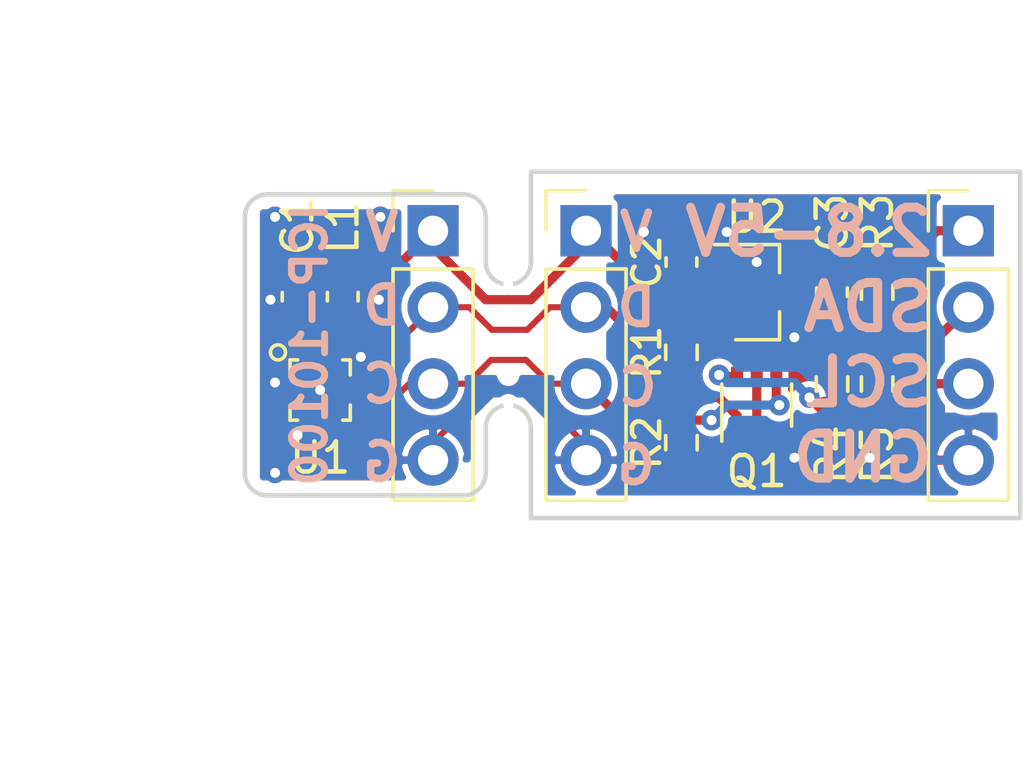
<source format=kicad_pcb>
(kicad_pcb (version 20171130) (host pcbnew "(5.1.10)-1")

  (general
    (thickness 1.6)
    (drawings 34)
    (tracks 175)
    (zones 0)
    (modules 16)
    (nets 10)
  )

  (page A4)
  (title_block
    (title "TDK InvenSense ICP-10100 Breakout Board")
    (date 2018-05-22)
    (rev C)
    (company "Designed by Adrian Studer")
    (comment 1 https://github.com/astuder/icp-101xx)
  )

  (layers
    (0 F.Cu signal)
    (31 B.Cu signal)
    (32 B.Adhes user)
    (33 F.Adhes user)
    (34 B.Paste user)
    (35 F.Paste user)
    (36 B.SilkS user)
    (37 F.SilkS user)
    (38 B.Mask user)
    (39 F.Mask user)
    (40 Dwgs.User user)
    (41 Cmts.User user)
    (42 Eco1.User user)
    (43 Eco2.User user)
    (44 Edge.Cuts user)
    (45 Margin user)
    (46 B.CrtYd user)
    (47 F.CrtYd user)
    (48 B.Fab user)
    (49 F.Fab user hide)
  )

  (setup
    (last_trace_width 0.2032)
    (user_trace_width 0.1524)
    (user_trace_width 0.3048)
    (trace_clearance 0.2032)
    (zone_clearance 0.254)
    (zone_45_only yes)
    (trace_min 0.1524)
    (via_size 0.6858)
    (via_drill 0.3302)
    (via_min_size 0.6858)
    (via_min_drill 0.3302)
    (uvia_size 0.6858)
    (uvia_drill 0.3302)
    (uvias_allowed no)
    (uvia_min_size 0)
    (uvia_min_drill 0)
    (edge_width 0.15)
    (segment_width 0.2)
    (pcb_text_width 0.3)
    (pcb_text_size 1.5 1.5)
    (mod_edge_width 0.15)
    (mod_text_size 1 1)
    (mod_text_width 0.15)
    (pad_size 1.524 1.524)
    (pad_drill 0.762)
    (pad_to_mask_clearance 0.0508)
    (solder_mask_min_width 0.25)
    (aux_axis_origin 0 0)
    (visible_elements 7FFFFFFF)
    (pcbplotparams
      (layerselection 0x010f8_80000001)
      (usegerberextensions false)
      (usegerberattributes false)
      (usegerberadvancedattributes false)
      (creategerberjobfile false)
      (excludeedgelayer true)
      (linewidth 0.100000)
      (plotframeref false)
      (viasonmask false)
      (mode 1)
      (useauxorigin false)
      (hpglpennumber 1)
      (hpglpenspeed 20)
      (hpglpendiameter 15.000000)
      (psnegative false)
      (psa4output false)
      (plotreference true)
      (plotvalue false)
      (plotinvisibletext false)
      (padsonsilk false)
      (subtractmaskfromsilk false)
      (outputformat 1)
      (mirror false)
      (drillshape 0)
      (scaleselection 1)
      (outputdirectory "Gerbers/"))
  )

  (net 0 "")
  (net 1 GND)
  (net 2 /VDD18)
  (net 3 "Net-(C3-Pad1)")
  (net 4 /VDD)
  (net 5 /SCL)
  (net 6 /SDA)
  (net 7 /SCL18)
  (net 8 /SDA18)
  (net 9 "Net-(C1-Pad1)")

  (net_class Default "This is the default net class."
    (clearance 0.2032)
    (trace_width 0.2032)
    (via_dia 0.6858)
    (via_drill 0.3302)
    (uvia_dia 0.6858)
    (uvia_drill 0.3302)
    (add_net /SCL)
    (add_net /SCL18)
    (add_net /SDA)
    (add_net /SDA18)
    (add_net /VDD)
    (add_net /VDD18)
    (add_net GND)
    (add_net "Net-(C1-Pad1)")
    (add_net "Net-(C3-Pad1)")
  )

  (module Package_TO_SOT_SMD:SOT-23 (layer F.Cu) (tedit 5A02FF57) (tstamp 5A824F66)
    (at 163.75 111.25)
    (descr "SOT-23, Standard")
    (tags SOT-23)
    (path /5A8248FC)
    (attr smd)
    (fp_text reference U2 (at 0 -2.5) (layer F.SilkS)
      (effects (font (size 1 1) (thickness 0.15)))
    )
    (fp_text value AP7313R (at 0 2.5) (layer F.Fab)
      (effects (font (size 1 1) (thickness 0.15)))
    )
    (fp_line (start 0.76 1.58) (end -0.7 1.58) (layer F.SilkS) (width 0.12))
    (fp_line (start 0.76 -1.58) (end -1.4 -1.58) (layer F.SilkS) (width 0.12))
    (fp_line (start -1.7 1.75) (end -1.7 -1.75) (layer F.CrtYd) (width 0.05))
    (fp_line (start 1.7 1.75) (end -1.7 1.75) (layer F.CrtYd) (width 0.05))
    (fp_line (start 1.7 -1.75) (end 1.7 1.75) (layer F.CrtYd) (width 0.05))
    (fp_line (start -1.7 -1.75) (end 1.7 -1.75) (layer F.CrtYd) (width 0.05))
    (fp_line (start 0.76 -1.58) (end 0.76 -0.65) (layer F.SilkS) (width 0.12))
    (fp_line (start 0.76 1.58) (end 0.76 0.65) (layer F.SilkS) (width 0.12))
    (fp_line (start -0.7 1.52) (end 0.7 1.52) (layer F.Fab) (width 0.1))
    (fp_line (start 0.7 -1.52) (end 0.7 1.52) (layer F.Fab) (width 0.1))
    (fp_line (start -0.7 -0.95) (end -0.15 -1.52) (layer F.Fab) (width 0.1))
    (fp_line (start -0.15 -1.52) (end 0.7 -1.52) (layer F.Fab) (width 0.1))
    (fp_line (start -0.7 -0.95) (end -0.7 1.5) (layer F.Fab) (width 0.1))
    (fp_text user %R (at 0 0 90) (layer F.Fab)
      (effects (font (size 0.5 0.5) (thickness 0.075)))
    )
    (pad 3 smd rect (at 1 0) (size 0.9 0.8) (layers F.Cu F.Paste F.Mask)
      (net 3 "Net-(C3-Pad1)"))
    (pad 2 smd rect (at -1 0.95) (size 0.9 0.8) (layers F.Cu F.Paste F.Mask)
      (net 2 /VDD18))
    (pad 1 smd rect (at -1 -0.95) (size 0.9 0.8) (layers F.Cu F.Paste F.Mask)
      (net 1 GND))
    (model ${KISYS3DMOD}/Package_TO_SOT_SMD.3dshapes/SOT-23.wrl
      (at (xyz 0 0 0))
      (scale (xyz 1 1 1))
      (rotate (xyz 0 0 0))
    )
  )

  (module footprints:ICP-10100 (layer F.Cu) (tedit 5A9B8F62) (tstamp 5A8279ED)
    (at 149.25 114.5)
    (path /5A823A37)
    (fp_text reference U1 (at 0 2.25 180) (layer F.SilkS)
      (effects (font (size 1 1) (thickness 0.15)))
    )
    (fp_text value ICP-10100 (at 0 -2) (layer F.Fab)
      (effects (font (size 1 1) (thickness 0.15)))
    )
    (fp_line (start -0.75 -1) (end -1 -1) (layer F.SilkS) (width 0.12))
    (fp_line (start -1 -1) (end -1 -0.5) (layer F.SilkS) (width 0.12))
    (fp_line (start 0.75 -1) (end 1 -1) (layer F.SilkS) (width 0.12))
    (fp_line (start 1 -1) (end 1 -0.5) (layer F.SilkS) (width 0.12))
    (fp_line (start 1 0.5) (end 1 1) (layer F.SilkS) (width 0.12))
    (fp_line (start 1 1) (end 0.75 1) (layer F.SilkS) (width 0.12))
    (fp_line (start -1 0.5) (end -1 1) (layer F.SilkS) (width 0.12))
    (fp_line (start -1 1) (end -0.75 1) (layer F.SilkS) (width 0.12))
    (fp_line (start -1.25 -1.25) (end 1.25 -1.25) (layer F.CrtYd) (width 0.05))
    (fp_line (start 1.25 -1.25) (end 1.25 1.25) (layer F.CrtYd) (width 0.05))
    (fp_line (start 1.25 1.25) (end -1.25 1.25) (layer F.CrtYd) (width 0.05))
    (fp_line (start -1.25 1.25) (end -1.25 -1.25) (layer F.CrtYd) (width 0.05))
    (fp_line (start -1 1) (end -1 -0.75) (layer F.Fab) (width 0.1))
    (fp_line (start -1 -0.75) (end -0.75 -1) (layer F.Fab) (width 0.1))
    (fp_line (start -0.75 -1) (end 1 -1) (layer F.Fab) (width 0.1))
    (fp_line (start 1 -1) (end 1 1) (layer F.Fab) (width 0.1))
    (fp_line (start 1 1) (end -1 1) (layer F.Fab) (width 0.1))
    (fp_circle (center -1.4 -1.25) (end -1.15 -1.25) (layer F.SilkS) (width 0.12))
    (fp_text user REF** (at 0 2.25) (layer F.Fab)
      (effects (font (size 1 1) (thickness 0.15)))
    )
    (pad 10 smd rect (at -0.5 -0.775) (size 0.28 0.35) (layers F.Cu F.Paste F.Mask)
      (net 9 "Net-(C1-Pad1)"))
    (pad 9 smd rect (at 0 -0.775) (size 0.28 0.35) (layers F.Cu F.Paste F.Mask)
      (net 1 GND))
    (pad 8 smd rect (at 0.5 -0.775 180) (size 0.28 0.35) (layers F.Cu F.Paste F.Mask)
      (net 1 GND))
    (pad 7 smd rect (at 0.775 -0.25 90) (size 0.28 0.35) (layers F.Cu F.Paste F.Mask)
      (net 1 GND))
    (pad 6 smd rect (at 0.775 0.25 90) (size 0.28 0.35) (layers F.Cu F.Paste F.Mask)
      (net 9 "Net-(C1-Pad1)"))
    (pad 5 smd rect (at 0.5 0.775) (size 0.28 0.35) (layers F.Cu F.Paste F.Mask)
      (net 9 "Net-(C1-Pad1)"))
    (pad 4 smd rect (at 0 0.775) (size 0.28 0.35) (layers F.Cu F.Paste F.Mask)
      (net 8 /SDA18))
    (pad 3 smd rect (at -0.5 0.775) (size 0.28 0.35) (layers F.Cu F.Paste F.Mask)
      (net 1 GND))
    (pad 2 smd rect (at -0.775 0.25 90) (size 0.28 0.35) (layers F.Cu F.Paste F.Mask)
      (net 7 /SCL18))
    (pad 1 smd rect (at -0.775 -0.25 90) (size 0.28 0.35) (layers F.Cu F.Paste F.Mask)
      (net 1 GND))
  )

  (module Resistor_SMD:R_0603_1608Metric (layer F.Cu) (tedit 5F68FEEE) (tstamp 5A824F51)
    (at 167.75 114.3 270)
    (descr "Resistor SMD 0603 (1608 Metric), square (rectangular) end terminal, IPC_7351 nominal, (Body size source: IPC-SM-782 page 72, https://www.pcb-3d.com/wordpress/wp-content/uploads/ipc-sm-782a_amendment_1_and_2.pdf), generated with kicad-footprint-generator")
    (tags resistor)
    (path /5A82469A)
    (attr smd)
    (fp_text reference R5 (at 2.35 0 90) (layer F.SilkS)
      (effects (font (size 1 1) (thickness 0.15)))
    )
    (fp_text value 10K (at 0 1.43 90) (layer F.Fab)
      (effects (font (size 1 1) (thickness 0.15)))
    )
    (fp_line (start 1.48 0.73) (end -1.48 0.73) (layer F.CrtYd) (width 0.05))
    (fp_line (start 1.48 -0.73) (end 1.48 0.73) (layer F.CrtYd) (width 0.05))
    (fp_line (start -1.48 -0.73) (end 1.48 -0.73) (layer F.CrtYd) (width 0.05))
    (fp_line (start -1.48 0.73) (end -1.48 -0.73) (layer F.CrtYd) (width 0.05))
    (fp_line (start -0.237258 0.5225) (end 0.237258 0.5225) (layer F.SilkS) (width 0.12))
    (fp_line (start -0.237258 -0.5225) (end 0.237258 -0.5225) (layer F.SilkS) (width 0.12))
    (fp_line (start 0.8 0.4125) (end -0.8 0.4125) (layer F.Fab) (width 0.1))
    (fp_line (start 0.8 -0.4125) (end 0.8 0.4125) (layer F.Fab) (width 0.1))
    (fp_line (start -0.8 -0.4125) (end 0.8 -0.4125) (layer F.Fab) (width 0.1))
    (fp_line (start -0.8 0.4125) (end -0.8 -0.4125) (layer F.Fab) (width 0.1))
    (fp_text user %R (at 0 0 90) (layer F.Fab)
      (effects (font (size 0.4 0.4) (thickness 0.06)))
    )
    (pad 2 smd roundrect (at 0.825 0 270) (size 0.8 0.95) (layers F.Cu F.Paste F.Mask) (roundrect_rratio 0.25)
      (net 5 /SCL))
    (pad 1 smd roundrect (at -0.825 0 270) (size 0.8 0.95) (layers F.Cu F.Paste F.Mask) (roundrect_rratio 0.25)
      (net 4 /VDD))
    (model ${KISYS3DMOD}/Resistor_SMD.3dshapes/R_0603_1608Metric.wrl
      (at (xyz 0 0 0))
      (scale (xyz 1 1 1))
      (rotate (xyz 0 0 0))
    )
  )

  (module Resistor_SMD:R_0603_1608Metric (layer F.Cu) (tedit 5F68FEEE) (tstamp 5A824F40)
    (at 166.25 114.3 270)
    (descr "Resistor SMD 0603 (1608 Metric), square (rectangular) end terminal, IPC_7351 nominal, (Body size source: IPC-SM-782 page 72, https://www.pcb-3d.com/wordpress/wp-content/uploads/ipc-sm-782a_amendment_1_and_2.pdf), generated with kicad-footprint-generator")
    (tags resistor)
    (path /5A8246A0)
    (attr smd)
    (fp_text reference R4 (at 2.35 0 90) (layer F.SilkS)
      (effects (font (size 1 1) (thickness 0.15)))
    )
    (fp_text value 10K (at 0 1.43 90) (layer F.Fab)
      (effects (font (size 1 1) (thickness 0.15)))
    )
    (fp_line (start 1.48 0.73) (end -1.48 0.73) (layer F.CrtYd) (width 0.05))
    (fp_line (start 1.48 -0.73) (end 1.48 0.73) (layer F.CrtYd) (width 0.05))
    (fp_line (start -1.48 -0.73) (end 1.48 -0.73) (layer F.CrtYd) (width 0.05))
    (fp_line (start -1.48 0.73) (end -1.48 -0.73) (layer F.CrtYd) (width 0.05))
    (fp_line (start -0.237258 0.5225) (end 0.237258 0.5225) (layer F.SilkS) (width 0.12))
    (fp_line (start -0.237258 -0.5225) (end 0.237258 -0.5225) (layer F.SilkS) (width 0.12))
    (fp_line (start 0.8 0.4125) (end -0.8 0.4125) (layer F.Fab) (width 0.1))
    (fp_line (start 0.8 -0.4125) (end 0.8 0.4125) (layer F.Fab) (width 0.1))
    (fp_line (start -0.8 -0.4125) (end 0.8 -0.4125) (layer F.Fab) (width 0.1))
    (fp_line (start -0.8 0.4125) (end -0.8 -0.4125) (layer F.Fab) (width 0.1))
    (fp_text user %R (at 0 0 90) (layer F.Fab)
      (effects (font (size 0.4 0.4) (thickness 0.06)))
    )
    (pad 2 smd roundrect (at 0.825 0 270) (size 0.8 0.95) (layers F.Cu F.Paste F.Mask) (roundrect_rratio 0.25)
      (net 6 /SDA))
    (pad 1 smd roundrect (at -0.825 0 270) (size 0.8 0.95) (layers F.Cu F.Paste F.Mask) (roundrect_rratio 0.25)
      (net 4 /VDD))
    (model ${KISYS3DMOD}/Resistor_SMD.3dshapes/R_0603_1608Metric.wrl
      (at (xyz 0 0 0))
      (scale (xyz 1 1 1))
      (rotate (xyz 0 0 0))
    )
  )

  (module Resistor_SMD:R_0603_1608Metric (layer F.Cu) (tedit 5F68FEEE) (tstamp 5A824F2F)
    (at 167.75 111.25 270)
    (descr "Resistor SMD 0603 (1608 Metric), square (rectangular) end terminal, IPC_7351 nominal, (Body size source: IPC-SM-782 page 72, https://www.pcb-3d.com/wordpress/wp-content/uploads/ipc-sm-782a_amendment_1_and_2.pdf), generated with kicad-footprint-generator")
    (tags resistor)
    (path /5A824D91)
    (attr smd)
    (fp_text reference R3 (at -2.3 0 90) (layer F.SilkS)
      (effects (font (size 1 1) (thickness 0.15)))
    )
    (fp_text value 1K (at 0 1.43 90) (layer F.Fab)
      (effects (font (size 1 1) (thickness 0.15)))
    )
    (fp_line (start 1.48 0.73) (end -1.48 0.73) (layer F.CrtYd) (width 0.05))
    (fp_line (start 1.48 -0.73) (end 1.48 0.73) (layer F.CrtYd) (width 0.05))
    (fp_line (start -1.48 -0.73) (end 1.48 -0.73) (layer F.CrtYd) (width 0.05))
    (fp_line (start -1.48 0.73) (end -1.48 -0.73) (layer F.CrtYd) (width 0.05))
    (fp_line (start -0.237258 0.5225) (end 0.237258 0.5225) (layer F.SilkS) (width 0.12))
    (fp_line (start -0.237258 -0.5225) (end 0.237258 -0.5225) (layer F.SilkS) (width 0.12))
    (fp_line (start 0.8 0.4125) (end -0.8 0.4125) (layer F.Fab) (width 0.1))
    (fp_line (start 0.8 -0.4125) (end 0.8 0.4125) (layer F.Fab) (width 0.1))
    (fp_line (start -0.8 -0.4125) (end 0.8 -0.4125) (layer F.Fab) (width 0.1))
    (fp_line (start -0.8 0.4125) (end -0.8 -0.4125) (layer F.Fab) (width 0.1))
    (fp_text user %R (at 0 0 90) (layer F.Fab)
      (effects (font (size 0.4 0.4) (thickness 0.06)))
    )
    (pad 2 smd roundrect (at 0.825 0 270) (size 0.8 0.95) (layers F.Cu F.Paste F.Mask) (roundrect_rratio 0.25)
      (net 3 "Net-(C3-Pad1)"))
    (pad 1 smd roundrect (at -0.825 0 270) (size 0.8 0.95) (layers F.Cu F.Paste F.Mask) (roundrect_rratio 0.25)
      (net 4 /VDD))
    (model ${KISYS3DMOD}/Resistor_SMD.3dshapes/R_0603_1608Metric.wrl
      (at (xyz 0 0 0))
      (scale (xyz 1 1 1))
      (rotate (xyz 0 0 0))
    )
  )

  (module Resistor_SMD:R_0603_1608Metric (layer F.Cu) (tedit 5F68FEEE) (tstamp 5A824F1E)
    (at 161.25 116.25 90)
    (descr "Resistor SMD 0603 (1608 Metric), square (rectangular) end terminal, IPC_7351 nominal, (Body size source: IPC-SM-782 page 72, https://www.pcb-3d.com/wordpress/wp-content/uploads/ipc-sm-782a_amendment_1_and_2.pdf), generated with kicad-footprint-generator")
    (tags resistor)
    (path /5A824421)
    (attr smd)
    (fp_text reference R2 (at 0 -1.15 90) (layer F.SilkS)
      (effects (font (size 0.9 0.9) (thickness 0.15)))
    )
    (fp_text value 10K (at 0 1.43 90) (layer F.Fab)
      (effects (font (size 1 1) (thickness 0.15)))
    )
    (fp_line (start 1.48 0.73) (end -1.48 0.73) (layer F.CrtYd) (width 0.05))
    (fp_line (start 1.48 -0.73) (end 1.48 0.73) (layer F.CrtYd) (width 0.05))
    (fp_line (start -1.48 -0.73) (end 1.48 -0.73) (layer F.CrtYd) (width 0.05))
    (fp_line (start -1.48 0.73) (end -1.48 -0.73) (layer F.CrtYd) (width 0.05))
    (fp_line (start -0.237258 0.5225) (end 0.237258 0.5225) (layer F.SilkS) (width 0.12))
    (fp_line (start -0.237258 -0.5225) (end 0.237258 -0.5225) (layer F.SilkS) (width 0.12))
    (fp_line (start 0.8 0.4125) (end -0.8 0.4125) (layer F.Fab) (width 0.1))
    (fp_line (start 0.8 -0.4125) (end 0.8 0.4125) (layer F.Fab) (width 0.1))
    (fp_line (start -0.8 -0.4125) (end 0.8 -0.4125) (layer F.Fab) (width 0.1))
    (fp_line (start -0.8 0.4125) (end -0.8 -0.4125) (layer F.Fab) (width 0.1))
    (fp_text user %R (at 0 0 90) (layer F.Fab)
      (effects (font (size 0.4 0.4) (thickness 0.06)))
    )
    (pad 2 smd roundrect (at 0.825 0 90) (size 0.8 0.95) (layers F.Cu F.Paste F.Mask) (roundrect_rratio 0.25)
      (net 7 /SCL18))
    (pad 1 smd roundrect (at -0.825 0 90) (size 0.8 0.95) (layers F.Cu F.Paste F.Mask) (roundrect_rratio 0.25)
      (net 2 /VDD18))
    (model ${KISYS3DMOD}/Resistor_SMD.3dshapes/R_0603_1608Metric.wrl
      (at (xyz 0 0 0))
      (scale (xyz 1 1 1))
      (rotate (xyz 0 0 0))
    )
  )

  (module Resistor_SMD:R_0603_1608Metric (layer F.Cu) (tedit 5F68FEEE) (tstamp 5A824F0D)
    (at 161.25 113.25 270)
    (descr "Resistor SMD 0603 (1608 Metric), square (rectangular) end terminal, IPC_7351 nominal, (Body size source: IPC-SM-782 page 72, https://www.pcb-3d.com/wordpress/wp-content/uploads/ipc-sm-782a_amendment_1_and_2.pdf), generated with kicad-footprint-generator")
    (tags resistor)
    (path /5A824458)
    (attr smd)
    (fp_text reference R1 (at 0 1.15 90) (layer F.SilkS)
      (effects (font (size 0.9 0.9) (thickness 0.15)))
    )
    (fp_text value 10K (at 0 1.43 90) (layer F.Fab)
      (effects (font (size 1 1) (thickness 0.15)))
    )
    (fp_line (start 1.48 0.73) (end -1.48 0.73) (layer F.CrtYd) (width 0.05))
    (fp_line (start 1.48 -0.73) (end 1.48 0.73) (layer F.CrtYd) (width 0.05))
    (fp_line (start -1.48 -0.73) (end 1.48 -0.73) (layer F.CrtYd) (width 0.05))
    (fp_line (start -1.48 0.73) (end -1.48 -0.73) (layer F.CrtYd) (width 0.05))
    (fp_line (start -0.237258 0.5225) (end 0.237258 0.5225) (layer F.SilkS) (width 0.12))
    (fp_line (start -0.237258 -0.5225) (end 0.237258 -0.5225) (layer F.SilkS) (width 0.12))
    (fp_line (start 0.8 0.4125) (end -0.8 0.4125) (layer F.Fab) (width 0.1))
    (fp_line (start 0.8 -0.4125) (end 0.8 0.4125) (layer F.Fab) (width 0.1))
    (fp_line (start -0.8 -0.4125) (end 0.8 -0.4125) (layer F.Fab) (width 0.1))
    (fp_line (start -0.8 0.4125) (end -0.8 -0.4125) (layer F.Fab) (width 0.1))
    (fp_text user %R (at 0 0 90) (layer F.Fab)
      (effects (font (size 0.4 0.4) (thickness 0.06)))
    )
    (pad 2 smd roundrect (at 0.825 0 270) (size 0.8 0.95) (layers F.Cu F.Paste F.Mask) (roundrect_rratio 0.25)
      (net 8 /SDA18))
    (pad 1 smd roundrect (at -0.825 0 270) (size 0.8 0.95) (layers F.Cu F.Paste F.Mask) (roundrect_rratio 0.25)
      (net 2 /VDD18))
    (model ${KISYS3DMOD}/Resistor_SMD.3dshapes/R_0603_1608Metric.wrl
      (at (xyz 0 0 0))
      (scale (xyz 1 1 1))
      (rotate (xyz 0 0 0))
    )
  )

  (module Package_TO_SOT_SMD:SOT-363_SC-70-6 (layer F.Cu) (tedit 5A02FF57) (tstamp 60480F31)
    (at 163.75 115 90)
    (descr "SOT-363, SC-70-6")
    (tags "SOT-363 SC-70-6")
    (path /5A8240A4)
    (attr smd)
    (fp_text reference Q1 (at -2.2 0 180) (layer F.SilkS)
      (effects (font (size 1 1) (thickness 0.15)))
    )
    (fp_text value UM6K34NTCN (at 0 2 270) (layer F.Fab)
      (effects (font (size 1 1) (thickness 0.15)))
    )
    (fp_line (start -0.175 -1.1) (end -0.675 -0.6) (layer F.Fab) (width 0.1))
    (fp_line (start 0.675 1.1) (end -0.675 1.1) (layer F.Fab) (width 0.1))
    (fp_line (start 0.675 -1.1) (end 0.675 1.1) (layer F.Fab) (width 0.1))
    (fp_line (start -1.6 1.4) (end 1.6 1.4) (layer F.CrtYd) (width 0.05))
    (fp_line (start -0.675 -0.6) (end -0.675 1.1) (layer F.Fab) (width 0.1))
    (fp_line (start 0.675 -1.1) (end -0.175 -1.1) (layer F.Fab) (width 0.1))
    (fp_line (start -1.6 -1.4) (end 1.6 -1.4) (layer F.CrtYd) (width 0.05))
    (fp_line (start -1.6 -1.4) (end -1.6 1.4) (layer F.CrtYd) (width 0.05))
    (fp_line (start 1.6 1.4) (end 1.6 -1.4) (layer F.CrtYd) (width 0.05))
    (fp_line (start -0.7 1.16) (end 0.7 1.16) (layer F.SilkS) (width 0.12))
    (fp_line (start 0.7 -1.16) (end -1.2 -1.16) (layer F.SilkS) (width 0.12))
    (fp_text user %R (at 0 0) (layer F.Fab)
      (effects (font (size 0.5 0.5) (thickness 0.075)))
    )
    (pad 6 smd rect (at 0.95 -0.65 90) (size 0.65 0.4) (layers F.Cu F.Paste F.Mask)
      (net 6 /SDA))
    (pad 4 smd rect (at 0.95 0.65 90) (size 0.65 0.4) (layers F.Cu F.Paste F.Mask)
      (net 7 /SCL18))
    (pad 2 smd rect (at -0.95 0 90) (size 0.65 0.4) (layers F.Cu F.Paste F.Mask)
      (net 2 /VDD18))
    (pad 5 smd rect (at 0.95 0 90) (size 0.65 0.4) (layers F.Cu F.Paste F.Mask)
      (net 2 /VDD18))
    (pad 3 smd rect (at -0.95 0.65 90) (size 0.65 0.4) (layers F.Cu F.Paste F.Mask)
      (net 5 /SCL))
    (pad 1 smd rect (at -0.95 -0.65 90) (size 0.65 0.4) (layers F.Cu F.Paste F.Mask)
      (net 8 /SDA18))
    (model ${KISYS3DMOD}/Package_TO_SOT_SMD.3dshapes/SOT-363_SC-70-6.wrl
      (at (xyz 0 0 0))
      (scale (xyz 1 1 1))
      (rotate (xyz 0 0 0))
    )
  )

  (module Capacitor_SMD:C_0603_1608Metric (layer F.Cu) (tedit 5F68FEEE) (tstamp 6048141E)
    (at 150 111.4 90)
    (descr "Capacitor SMD 0603 (1608 Metric), square (rectangular) end terminal, IPC_7351 nominal, (Body size source: IPC-SM-782 page 76, https://www.pcb-3d.com/wordpress/wp-content/uploads/ipc-sm-782a_amendment_1_and_2.pdf), generated with kicad-footprint-generator")
    (tags capacitor)
    (path /5A827627)
    (attr smd)
    (fp_text reference L1 (at 2.3 0 90) (layer F.SilkS)
      (effects (font (size 1 1) (thickness 0.15)))
    )
    (fp_text value Ferrite (at 0 1.43 90) (layer F.Fab)
      (effects (font (size 1 1) (thickness 0.15)))
    )
    (fp_line (start 1.48 0.73) (end -1.48 0.73) (layer F.CrtYd) (width 0.05))
    (fp_line (start 1.48 -0.73) (end 1.48 0.73) (layer F.CrtYd) (width 0.05))
    (fp_line (start -1.48 -0.73) (end 1.48 -0.73) (layer F.CrtYd) (width 0.05))
    (fp_line (start -1.48 0.73) (end -1.48 -0.73) (layer F.CrtYd) (width 0.05))
    (fp_line (start -0.14058 0.51) (end 0.14058 0.51) (layer F.SilkS) (width 0.12))
    (fp_line (start -0.14058 -0.51) (end 0.14058 -0.51) (layer F.SilkS) (width 0.12))
    (fp_line (start 0.8 0.4) (end -0.8 0.4) (layer F.Fab) (width 0.1))
    (fp_line (start 0.8 -0.4) (end 0.8 0.4) (layer F.Fab) (width 0.1))
    (fp_line (start -0.8 -0.4) (end 0.8 -0.4) (layer F.Fab) (width 0.1))
    (fp_line (start -0.8 0.4) (end -0.8 -0.4) (layer F.Fab) (width 0.1))
    (fp_text user %R (at 0 0 90) (layer F.Fab)
      (effects (font (size 0.4 0.4) (thickness 0.06)))
    )
    (pad 2 smd roundrect (at 0.775 0 90) (size 0.9 0.95) (layers F.Cu F.Paste F.Mask) (roundrect_rratio 0.25)
      (net 2 /VDD18))
    (pad 1 smd roundrect (at -0.775 0 90) (size 0.9 0.95) (layers F.Cu F.Paste F.Mask) (roundrect_rratio 0.25)
      (net 9 "Net-(C1-Pad1)"))
    (model ${KISYS3DMOD}/Capacitor_SMD.3dshapes/C_0603_1608Metric.wrl
      (at (xyz 0 0 0))
      (scale (xyz 1 1 1))
      (rotate (xyz 0 0 0))
    )
  )

  (module Connector_PinHeader_2.54mm:PinHeader_1x04_P2.54mm_Vertical (layer F.Cu) (tedit 59FED5CC) (tstamp 5A963EA0)
    (at 153 109.21)
    (descr "Through hole straight pin header, 1x04, 2.54mm pitch, single row")
    (tags "Through hole pin header THT 1x04 2.54mm single row")
    (path /5A963DB9)
    (fp_text reference J3 (at 0 -2.33) (layer F.SilkS) hide
      (effects (font (size 1 1) (thickness 0.15)))
    )
    (fp_text value Conn_01x04 (at 0 9.95) (layer F.Fab)
      (effects (font (size 1 1) (thickness 0.15)))
    )
    (fp_line (start 1.8 -1.8) (end -1.8 -1.8) (layer F.CrtYd) (width 0.05))
    (fp_line (start 1.8 9.4) (end 1.8 -1.8) (layer F.CrtYd) (width 0.05))
    (fp_line (start -1.8 9.4) (end 1.8 9.4) (layer F.CrtYd) (width 0.05))
    (fp_line (start -1.8 -1.8) (end -1.8 9.4) (layer F.CrtYd) (width 0.05))
    (fp_line (start -1.33 -1.33) (end 0 -1.33) (layer F.SilkS) (width 0.12))
    (fp_line (start -1.33 0) (end -1.33 -1.33) (layer F.SilkS) (width 0.12))
    (fp_line (start -1.33 1.27) (end 1.33 1.27) (layer F.SilkS) (width 0.12))
    (fp_line (start 1.33 1.27) (end 1.33 8.95) (layer F.SilkS) (width 0.12))
    (fp_line (start -1.33 1.27) (end -1.33 8.95) (layer F.SilkS) (width 0.12))
    (fp_line (start -1.33 8.95) (end 1.33 8.95) (layer F.SilkS) (width 0.12))
    (fp_line (start -1.27 -0.635) (end -0.635 -1.27) (layer F.Fab) (width 0.1))
    (fp_line (start -1.27 8.89) (end -1.27 -0.635) (layer F.Fab) (width 0.1))
    (fp_line (start 1.27 8.89) (end -1.27 8.89) (layer F.Fab) (width 0.1))
    (fp_line (start 1.27 -1.27) (end 1.27 8.89) (layer F.Fab) (width 0.1))
    (fp_line (start -0.635 -1.27) (end 1.27 -1.27) (layer F.Fab) (width 0.1))
    (fp_text user %R (at 0 3.81 90) (layer F.Fab)
      (effects (font (size 1 1) (thickness 0.15)))
    )
    (pad 4 thru_hole oval (at 0 7.62) (size 1.7 1.7) (drill 1) (layers *.Cu *.Mask)
      (net 1 GND))
    (pad 3 thru_hole oval (at 0 5.08) (size 1.7 1.7) (drill 1) (layers *.Cu *.Mask)
      (net 7 /SCL18))
    (pad 2 thru_hole oval (at 0 2.54) (size 1.7 1.7) (drill 1) (layers *.Cu *.Mask)
      (net 8 /SDA18))
    (pad 1 thru_hole rect (at 0 0) (size 1.7 1.7) (drill 1) (layers *.Cu *.Mask)
      (net 2 /VDD18))
    (model ${KISYS3DMOD}/Connector_PinHeader_2.54mm.3dshapes/PinHeader_1x04_P2.54mm_Vertical.wrl
      (at (xyz 0 0 0))
      (scale (xyz 1 1 1))
      (rotate (xyz 0 0 0))
    )
  )

  (module Connector_PinHeader_2.54mm:PinHeader_1x04_P2.54mm_Vertical (layer F.Cu) (tedit 59FED5CC) (tstamp 604811DA)
    (at 158.08 109.21)
    (descr "Through hole straight pin header, 1x04, 2.54mm pitch, single row")
    (tags "Through hole pin header THT 1x04 2.54mm single row")
    (path /5A963E14)
    (fp_text reference J2 (at 0 -2.33) (layer F.SilkS) hide
      (effects (font (size 1 1) (thickness 0.15)))
    )
    (fp_text value Conn_01x04 (at 0 9.95) (layer F.Fab)
      (effects (font (size 1 1) (thickness 0.15)))
    )
    (fp_line (start 1.8 -1.8) (end -1.8 -1.8) (layer F.CrtYd) (width 0.05))
    (fp_line (start 1.8 9.4) (end 1.8 -1.8) (layer F.CrtYd) (width 0.05))
    (fp_line (start -1.8 9.4) (end 1.8 9.4) (layer F.CrtYd) (width 0.05))
    (fp_line (start -1.8 -1.8) (end -1.8 9.4) (layer F.CrtYd) (width 0.05))
    (fp_line (start -1.33 -1.33) (end 0 -1.33) (layer F.SilkS) (width 0.12))
    (fp_line (start -1.33 0) (end -1.33 -1.33) (layer F.SilkS) (width 0.12))
    (fp_line (start -1.33 1.27) (end 1.33 1.27) (layer F.SilkS) (width 0.12))
    (fp_line (start 1.33 1.27) (end 1.33 8.95) (layer F.SilkS) (width 0.12))
    (fp_line (start -1.33 1.27) (end -1.33 8.95) (layer F.SilkS) (width 0.12))
    (fp_line (start -1.33 8.95) (end 1.33 8.95) (layer F.SilkS) (width 0.12))
    (fp_line (start -1.27 -0.635) (end -0.635 -1.27) (layer F.Fab) (width 0.1))
    (fp_line (start -1.27 8.89) (end -1.27 -0.635) (layer F.Fab) (width 0.1))
    (fp_line (start 1.27 8.89) (end -1.27 8.89) (layer F.Fab) (width 0.1))
    (fp_line (start 1.27 -1.27) (end 1.27 8.89) (layer F.Fab) (width 0.1))
    (fp_line (start -0.635 -1.27) (end 1.27 -1.27) (layer F.Fab) (width 0.1))
    (fp_text user %R (at 0 3.81 90) (layer F.Fab)
      (effects (font (size 1 1) (thickness 0.15)))
    )
    (pad 4 thru_hole oval (at 0 7.62) (size 1.7 1.7) (drill 1) (layers *.Cu *.Mask)
      (net 1 GND))
    (pad 3 thru_hole oval (at 0 5.08) (size 1.7 1.7) (drill 1) (layers *.Cu *.Mask)
      (net 7 /SCL18))
    (pad 2 thru_hole oval (at 0 2.54) (size 1.7 1.7) (drill 1) (layers *.Cu *.Mask)
      (net 8 /SDA18))
    (pad 1 thru_hole rect (at 0 0) (size 1.7 1.7) (drill 1) (layers *.Cu *.Mask)
      (net 2 /VDD18))
    (model ${KISYS3DMOD}/Connector_PinHeader_2.54mm.3dshapes/PinHeader_1x04_P2.54mm_Vertical.wrl
      (at (xyz 0 0 0))
      (scale (xyz 1 1 1))
      (rotate (xyz 0 0 0))
    )
  )

  (module Connector_PinHeader_2.54mm:PinHeader_1x04_P2.54mm_Vertical (layer F.Cu) (tedit 59FED5CC) (tstamp 5A824EE6)
    (at 170.78 109.21)
    (descr "Through hole straight pin header, 1x04, 2.54mm pitch, single row")
    (tags "Through hole pin header THT 1x04 2.54mm single row")
    (path /5A8259B9)
    (fp_text reference J1 (at 0 -2.33) (layer F.SilkS) hide
      (effects (font (size 1 1) (thickness 0.15)))
    )
    (fp_text value Conn_01x04 (at 0 9.95) (layer F.Fab)
      (effects (font (size 1 1) (thickness 0.15)))
    )
    (fp_line (start 1.8 -1.8) (end -1.8 -1.8) (layer F.CrtYd) (width 0.05))
    (fp_line (start 1.8 9.4) (end 1.8 -1.8) (layer F.CrtYd) (width 0.05))
    (fp_line (start -1.8 9.4) (end 1.8 9.4) (layer F.CrtYd) (width 0.05))
    (fp_line (start -1.8 -1.8) (end -1.8 9.4) (layer F.CrtYd) (width 0.05))
    (fp_line (start -1.33 -1.33) (end 0 -1.33) (layer F.SilkS) (width 0.12))
    (fp_line (start -1.33 0) (end -1.33 -1.33) (layer F.SilkS) (width 0.12))
    (fp_line (start -1.33 1.27) (end 1.33 1.27) (layer F.SilkS) (width 0.12))
    (fp_line (start 1.33 1.27) (end 1.33 8.95) (layer F.SilkS) (width 0.12))
    (fp_line (start -1.33 1.27) (end -1.33 8.95) (layer F.SilkS) (width 0.12))
    (fp_line (start -1.33 8.95) (end 1.33 8.95) (layer F.SilkS) (width 0.12))
    (fp_line (start -1.27 -0.635) (end -0.635 -1.27) (layer F.Fab) (width 0.1))
    (fp_line (start -1.27 8.89) (end -1.27 -0.635) (layer F.Fab) (width 0.1))
    (fp_line (start 1.27 8.89) (end -1.27 8.89) (layer F.Fab) (width 0.1))
    (fp_line (start 1.27 -1.27) (end 1.27 8.89) (layer F.Fab) (width 0.1))
    (fp_line (start -0.635 -1.27) (end 1.27 -1.27) (layer F.Fab) (width 0.1))
    (fp_text user %R (at 0 3.81 90) (layer F.Fab)
      (effects (font (size 1 1) (thickness 0.15)))
    )
    (pad 4 thru_hole oval (at 0 7.62) (size 1.7 1.7) (drill 1) (layers *.Cu *.Mask)
      (net 1 GND))
    (pad 3 thru_hole oval (at 0 5.08) (size 1.7 1.7) (drill 1) (layers *.Cu *.Mask)
      (net 5 /SCL))
    (pad 2 thru_hole oval (at 0 2.54) (size 1.7 1.7) (drill 1) (layers *.Cu *.Mask)
      (net 6 /SDA))
    (pad 1 thru_hole rect (at 0 0) (size 1.7 1.7) (drill 1) (layers *.Cu *.Mask)
      (net 4 /VDD))
    (model ${KISYS3DMOD}/Connector_PinHeader_2.54mm.3dshapes/PinHeader_1x04_P2.54mm_Vertical.wrl
      (at (xyz 0 0 0))
      (scale (xyz 1 1 1))
      (rotate (xyz 0 0 0))
    )
  )

  (module Capacitor_SMD:C_0603_1608Metric (layer F.Cu) (tedit 5F68FEEE) (tstamp 5A824ECF)
    (at 166.25 111.25 90)
    (descr "Capacitor SMD 0603 (1608 Metric), square (rectangular) end terminal, IPC_7351 nominal, (Body size source: IPC-SM-782 page 76, https://www.pcb-3d.com/wordpress/wp-content/uploads/ipc-sm-782a_amendment_1_and_2.pdf), generated with kicad-footprint-generator")
    (tags capacitor)
    (path /5A824D11)
    (attr smd)
    (fp_text reference C3 (at 2.3 0 90) (layer F.SilkS)
      (effects (font (size 1 1) (thickness 0.15)))
    )
    (fp_text value 1uF (at 0 1.43 90) (layer F.Fab)
      (effects (font (size 1 1) (thickness 0.15)))
    )
    (fp_line (start 1.48 0.73) (end -1.48 0.73) (layer F.CrtYd) (width 0.05))
    (fp_line (start 1.48 -0.73) (end 1.48 0.73) (layer F.CrtYd) (width 0.05))
    (fp_line (start -1.48 -0.73) (end 1.48 -0.73) (layer F.CrtYd) (width 0.05))
    (fp_line (start -1.48 0.73) (end -1.48 -0.73) (layer F.CrtYd) (width 0.05))
    (fp_line (start -0.14058 0.51) (end 0.14058 0.51) (layer F.SilkS) (width 0.12))
    (fp_line (start -0.14058 -0.51) (end 0.14058 -0.51) (layer F.SilkS) (width 0.12))
    (fp_line (start 0.8 0.4) (end -0.8 0.4) (layer F.Fab) (width 0.1))
    (fp_line (start 0.8 -0.4) (end 0.8 0.4) (layer F.Fab) (width 0.1))
    (fp_line (start -0.8 -0.4) (end 0.8 -0.4) (layer F.Fab) (width 0.1))
    (fp_line (start -0.8 0.4) (end -0.8 -0.4) (layer F.Fab) (width 0.1))
    (fp_text user %R (at 0 0 90) (layer F.Fab)
      (effects (font (size 0.4 0.4) (thickness 0.06)))
    )
    (pad 2 smd roundrect (at 0.775 0 90) (size 0.9 0.95) (layers F.Cu F.Paste F.Mask) (roundrect_rratio 0.25)
      (net 1 GND))
    (pad 1 smd roundrect (at -0.775 0 90) (size 0.9 0.95) (layers F.Cu F.Paste F.Mask) (roundrect_rratio 0.25)
      (net 3 "Net-(C3-Pad1)"))
    (model ${KISYS3DMOD}/Capacitor_SMD.3dshapes/C_0603_1608Metric.wrl
      (at (xyz 0 0 0))
      (scale (xyz 1 1 1))
      (rotate (xyz 0 0 0))
    )
  )

  (module Capacitor_SMD:C_0603_1608Metric (layer F.Cu) (tedit 5F68FEEE) (tstamp 5A824EBE)
    (at 161.25 110.25 90)
    (descr "Capacitor SMD 0603 (1608 Metric), square (rectangular) end terminal, IPC_7351 nominal, (Body size source: IPC-SM-782 page 76, https://www.pcb-3d.com/wordpress/wp-content/uploads/ipc-sm-782a_amendment_1_and_2.pdf), generated with kicad-footprint-generator")
    (tags capacitor)
    (path /5A824C7A)
    (attr smd)
    (fp_text reference C2 (at 0 -1.15 90) (layer F.SilkS)
      (effects (font (size 0.9 0.9) (thickness 0.15)))
    )
    (fp_text value 1uF (at 0 1.43 90) (layer F.Fab)
      (effects (font (size 1 1) (thickness 0.15)))
    )
    (fp_line (start 1.48 0.73) (end -1.48 0.73) (layer F.CrtYd) (width 0.05))
    (fp_line (start 1.48 -0.73) (end 1.48 0.73) (layer F.CrtYd) (width 0.05))
    (fp_line (start -1.48 -0.73) (end 1.48 -0.73) (layer F.CrtYd) (width 0.05))
    (fp_line (start -1.48 0.73) (end -1.48 -0.73) (layer F.CrtYd) (width 0.05))
    (fp_line (start -0.14058 0.51) (end 0.14058 0.51) (layer F.SilkS) (width 0.12))
    (fp_line (start -0.14058 -0.51) (end 0.14058 -0.51) (layer F.SilkS) (width 0.12))
    (fp_line (start 0.8 0.4) (end -0.8 0.4) (layer F.Fab) (width 0.1))
    (fp_line (start 0.8 -0.4) (end 0.8 0.4) (layer F.Fab) (width 0.1))
    (fp_line (start -0.8 -0.4) (end 0.8 -0.4) (layer F.Fab) (width 0.1))
    (fp_line (start -0.8 0.4) (end -0.8 -0.4) (layer F.Fab) (width 0.1))
    (fp_text user %R (at 0 0 90) (layer F.Fab)
      (effects (font (size 0.4 0.4) (thickness 0.06)))
    )
    (pad 2 smd roundrect (at 0.775 0 90) (size 0.9 0.95) (layers F.Cu F.Paste F.Mask) (roundrect_rratio 0.25)
      (net 1 GND))
    (pad 1 smd roundrect (at -0.775 0 90) (size 0.9 0.95) (layers F.Cu F.Paste F.Mask) (roundrect_rratio 0.25)
      (net 2 /VDD18))
    (model ${KISYS3DMOD}/Capacitor_SMD.3dshapes/C_0603_1608Metric.wrl
      (at (xyz 0 0 0))
      (scale (xyz 1 1 1))
      (rotate (xyz 0 0 0))
    )
  )

  (module Capacitor_SMD:C_0603_1608Metric (layer F.Cu) (tedit 5F68FEEE) (tstamp 5A824EAD)
    (at 148.5 111.4 90)
    (descr "Capacitor SMD 0603 (1608 Metric), square (rectangular) end terminal, IPC_7351 nominal, (Body size source: IPC-SM-782 page 76, https://www.pcb-3d.com/wordpress/wp-content/uploads/ipc-sm-782a_amendment_1_and_2.pdf), generated with kicad-footprint-generator")
    (tags capacitor)
    (path /5A823B64)
    (attr smd)
    (fp_text reference C1 (at 2.35 0 90) (layer F.SilkS)
      (effects (font (size 1 1) (thickness 0.15)))
    )
    (fp_text value 100nF (at 0 1.43 90) (layer F.Fab)
      (effects (font (size 1 1) (thickness 0.15)))
    )
    (fp_line (start 1.48 0.73) (end -1.48 0.73) (layer F.CrtYd) (width 0.05))
    (fp_line (start 1.48 -0.73) (end 1.48 0.73) (layer F.CrtYd) (width 0.05))
    (fp_line (start -1.48 -0.73) (end 1.48 -0.73) (layer F.CrtYd) (width 0.05))
    (fp_line (start -1.48 0.73) (end -1.48 -0.73) (layer F.CrtYd) (width 0.05))
    (fp_line (start -0.14058 0.51) (end 0.14058 0.51) (layer F.SilkS) (width 0.12))
    (fp_line (start -0.14058 -0.51) (end 0.14058 -0.51) (layer F.SilkS) (width 0.12))
    (fp_line (start 0.8 0.4) (end -0.8 0.4) (layer F.Fab) (width 0.1))
    (fp_line (start 0.8 -0.4) (end 0.8 0.4) (layer F.Fab) (width 0.1))
    (fp_line (start -0.8 -0.4) (end 0.8 -0.4) (layer F.Fab) (width 0.1))
    (fp_line (start -0.8 0.4) (end -0.8 -0.4) (layer F.Fab) (width 0.1))
    (fp_text user %R (at 0 0 90) (layer F.Fab)
      (effects (font (size 0.4 0.4) (thickness 0.06)))
    )
    (pad 2 smd roundrect (at 0.775 0 90) (size 0.9 0.95) (layers F.Cu F.Paste F.Mask) (roundrect_rratio 0.25)
      (net 1 GND))
    (pad 1 smd roundrect (at -0.775 0 90) (size 0.9 0.95) (layers F.Cu F.Paste F.Mask) (roundrect_rratio 0.25)
      (net 9 "Net-(C1-Pad1)"))
    (model ${KISYS3DMOD}/Capacitor_SMD.3dshapes/C_0603_1608Metric.wrl
      (at (xyz 0 0 0))
      (scale (xyz 1 1 1))
      (rotate (xyz 0 0 0))
    )
  )

  (module footprints:Bites2 (layer F.Cu) (tedit 5CE98661) (tstamp 5CE9D52B)
    (at 155.5 113 90)
    (fp_text reference BITE (at 0 1 90) (layer F.SilkS) hide
      (effects (font (size 1 1) (thickness 0.15)))
    )
    (fp_text value Bites2 (at 0 -0.9 90) (layer F.Fab)
      (effects (font (size 1 1) (thickness 0.15)))
    )
    (pad "" np_thru_hole circle (at -1 0 90) (size 0.33 0.33) (drill 0.33) (layers *.Cu *.Mask))
    (pad "" np_thru_hole circle (at 1 0 90) (size 0.33 0.33) (drill 0.33) (layers *.Cu *.Mask))
    (pad "" np_thru_hole circle (at 0 0 90) (size 0.33 0.33) (drill 0.33) (layers *.Cu *.Mask))
    (pad "" np_thru_hole circle (at -2 0 90) (size 0.33 0.33) (drill 0.33) (layers *.Cu *.Mask))
    (pad "" np_thru_hole circle (at 2 0 90) (size 0.33 0.33) (drill 0.33) (layers *.Cu *.Mask))
  )

  (gr_arc (start 154 117.25) (end 154 118) (angle -90) (layer Edge.Cuts) (width 0.15))
  (gr_arc (start 147.5 117.25) (end 146.75 117.25) (angle -90) (layer Edge.Cuts) (width 0.15))
  (gr_arc (start 147.5 108.75) (end 147.5 108) (angle -90) (layer Edge.Cuts) (width 0.15))
  (gr_arc (start 154 108.75) (end 154.75 108.75) (angle -90) (layer Edge.Cuts) (width 0.15))
  (dimension 12.7 (width 0.3) (layer Dwgs.User)
    (gr_text "0.5000 in" (at 164.465 127.35) (layer Dwgs.User)
      (effects (font (size 1.5 1.5) (thickness 0.3)))
    )
    (feature1 (pts (xy 170.815 123.968) (xy 170.815 128.7)))
    (feature2 (pts (xy 158.115 123.968) (xy 158.115 128.7)))
    (crossbar (pts (xy 158.115 126) (xy 170.815 126)))
    (arrow1a (pts (xy 170.815 126) (xy 169.688496 126.586421)))
    (arrow1b (pts (xy 170.815 126) (xy 169.688496 125.413579)))
    (arrow2a (pts (xy 158.115 126) (xy 159.241504 126.586421)))
    (arrow2b (pts (xy 158.115 126) (xy 159.241504 125.413579)))
  )
  (dimension 16.25 (width 0.3) (layer Dwgs.User)
    (gr_text "16.250 mm" (at 164.375 122.6) (layer Dwgs.User)
      (effects (font (size 1.5 1.5) (thickness 0.3)))
    )
    (feature1 (pts (xy 172.5 119.5) (xy 172.5 123.95)))
    (feature2 (pts (xy 156.25 119.5) (xy 156.25 123.95)))
    (crossbar (pts (xy 156.25 121.25) (xy 172.5 121.25)))
    (arrow1a (pts (xy 172.5 121.25) (xy 171.373496 121.836421)))
    (arrow1b (pts (xy 172.5 121.25) (xy 171.373496 120.663579)))
    (arrow2a (pts (xy 156.25 121.25) (xy 157.376504 121.836421)))
    (arrow2b (pts (xy 156.25 121.25) (xy 157.376504 120.663579)))
  )
  (dimension 8 (width 0.2) (layer Dwgs.User)
    (gr_text "8.000 mm" (at 150.75 121.6) (layer Dwgs.User)
      (effects (font (size 1 1) (thickness 0.2)))
    )
    (feature1 (pts (xy 154.75 118.5) (xy 154.75 122.95)))
    (feature2 (pts (xy 146.75 118.5) (xy 146.75 122.95)))
    (crossbar (pts (xy 146.75 120.25) (xy 154.75 120.25)))
    (arrow1a (pts (xy 154.75 120.25) (xy 153.623496 120.836421)))
    (arrow1b (pts (xy 154.75 120.25) (xy 153.623496 119.663579)))
    (arrow2a (pts (xy 146.75 120.25) (xy 147.876504 120.836421)))
    (arrow2b (pts (xy 146.75 120.25) (xy 147.876504 119.663579)))
  )
  (dimension 25.75 (width 0.3) (layer Dwgs.User)
    (gr_text "25.750 mm" (at 159.625 103.4) (layer Dwgs.User)
      (effects (font (size 1.5 1.5) (thickness 0.3)))
    )
    (feature1 (pts (xy 172.5 106.5) (xy 172.5 102.05)))
    (feature2 (pts (xy 146.75 106.5) (xy 146.75 102.05)))
    (crossbar (pts (xy 146.75 104.75) (xy 172.5 104.75)))
    (arrow1a (pts (xy 172.5 104.75) (xy 171.373496 105.336421)))
    (arrow1b (pts (xy 172.5 104.75) (xy 171.373496 104.163579)))
    (arrow2a (pts (xy 146.75 104.75) (xy 147.876504 105.336421)))
    (arrow2b (pts (xy 146.75 104.75) (xy 147.876504 104.163579)))
  )
  (dimension 10 (width 0.25) (layer Dwgs.User)
    (gr_text "10.00 mm" (at 143.4 113 270) (layer Dwgs.User)
      (effects (font (size 1.2 1.2) (thickness 0.25)))
    )
    (feature1 (pts (xy 146 118) (xy 142.05 118)))
    (feature2 (pts (xy 146 108) (xy 142.05 108)))
    (crossbar (pts (xy 144.75 108) (xy 144.75 118)))
    (arrow1a (pts (xy 144.75 118) (xy 144.163579 116.873496)))
    (arrow1b (pts (xy 144.75 118) (xy 145.336421 116.873496)))
    (arrow2a (pts (xy 144.75 108) (xy 144.163579 109.126504)))
    (arrow2b (pts (xy 144.75 108) (xy 145.336421 109.126504)))
  )
  (gr_text G (at 151.3 116.9) (layer B.SilkS) (tstamp 5A9B97DE)
    (effects (font (size 1.2 1.2) (thickness 0.25)) (justify mirror))
  )
  (gr_text C (at 151.3 114.3) (layer B.SilkS) (tstamp 5A9B97CE)
    (effects (font (size 1.2 1.2) (thickness 0.25)) (justify mirror))
  )
  (gr_text D (at 151.3 111.7) (layer B.SilkS) (tstamp 5A9B97AC)
    (effects (font (size 1.2 1.2) (thickness 0.25)) (justify mirror))
  )
  (gr_text V (at 151.3 109.25) (layer B.SilkS) (tstamp 5A9B979B)
    (effects (font (size 1.2 1.2) (thickness 0.25)) (justify mirror))
  )
  (gr_text G (at 159.75 117) (layer B.SilkS)
    (effects (font (size 1.2 1.2) (thickness 0.25)) (justify mirror))
  )
  (gr_text C (at 159.8 114.4) (layer B.SilkS)
    (effects (font (size 1.2 1.2) (thickness 0.25)) (justify mirror))
  )
  (gr_text D (at 159.75 111.75) (layer B.SilkS)
    (effects (font (size 1.2 1.2) (thickness 0.25)) (justify mirror))
  )
  (gr_text V (at 159.75 109.25) (layer B.SilkS)
    (effects (font (size 1.2 1.2) (thickness 0.25)) (justify mirror))
  )
  (gr_line (start 156.25 107.25) (end 172.5 107.25) (layer Edge.Cuts) (width 0.15))
  (gr_line (start 154 118) (end 147.5 118) (layer Edge.Cuts) (width 0.15))
  (gr_line (start 154 108) (end 147.5 108) (layer Edge.Cuts) (width 0.15))
  (gr_line (start 154.75 110.25) (end 154.75 108.75) (layer Edge.Cuts) (width 0.15))
  (gr_line (start 156.25 110.25) (end 156.25 107.25) (layer Edge.Cuts) (width 0.15))
  (gr_arc (start 155.5 110.25) (end 156.25 110.25) (angle 180) (layer Edge.Cuts) (width 0.15))
  (gr_arc (start 155.5 115.75) (end 154.75 115.75) (angle 180) (layer Edge.Cuts) (width 0.15))
  (gr_line (start 156.25 118.75) (end 156.25 115.75) (layer Edge.Cuts) (width 0.15))
  (gr_line (start 154.75 115.75) (end 154.75 117.25) (layer Edge.Cuts) (width 0.15) (tstamp 5CE9D45F))
  (gr_line (start 146.75 117.25) (end 146.75 108.75) (layer Edge.Cuts) (width 0.15))
  (gr_text ICP-10100 (at 148.9 113 90) (layer B.SilkS)
    (effects (font (size 1.1 1.1) (thickness 0.23)) (justify mirror))
  )
  (gr_text GND (at 169.75 116.75) (layer B.SilkS)
    (effects (font (size 1.5 1.5) (thickness 0.3)) (justify left mirror))
  )
  (gr_text SCL (at 169.75 114.25) (layer B.SilkS)
    (effects (font (size 1.5 1.5) (thickness 0.3)) (justify left mirror))
  )
  (gr_text SDA (at 169.75 111.75) (layer B.SilkS)
    (effects (font (size 1.5 1.5) (thickness 0.3)) (justify left mirror))
  )
  (gr_text 2.8-5V (at 169.75 109.25) (layer B.SilkS)
    (effects (font (size 1.5 1.5) (thickness 0.3)) (justify left mirror))
  )
  (gr_line (start 172.5 118.75) (end 156.25 118.75) (layer Edge.Cuts) (width 0.15) (tstamp 5CE9805B))
  (gr_line (start 172.5 107.25) (end 172.5 118.75) (layer Edge.Cuts) (width 0.15))

  (segment (start 167.5 116.75) (end 165 116.75) (width 0.3048) (layer B.Cu) (net 1))
  (via (at 165 116.75) (size 0.6858) (drill 0.3302) (layers F.Cu B.Cu) (net 1))
  (segment (start 170.78 116.83) (end 167.58 116.83) (width 0.3048) (layer F.Cu) (net 1))
  (via (at 167.5 116.75) (size 0.6858) (drill 0.3302) (layers F.Cu B.Cu) (net 1))
  (segment (start 167.58 116.83) (end 167.5 116.75) (width 0.3048) (layer F.Cu) (net 1))
  (segment (start 163.75 110.25) (end 163.75 111.5) (width 0.3048) (layer B.Cu) (net 1))
  (segment (start 163.75 111.5) (end 165 112.75) (width 0.3048) (layer B.Cu) (net 1))
  (via (at 165 112.75) (size 0.6858) (drill 0.3302) (layers F.Cu B.Cu) (net 1))
  (segment (start 162.75 110.3) (end 163.7 110.3) (width 0.3048) (layer F.Cu) (net 1))
  (segment (start 163.7 110.3) (end 163.75 110.25) (width 0.3048) (layer F.Cu) (net 1))
  (via (at 163.75 110.25) (size 0.6858) (drill 0.3302) (layers F.Cu B.Cu) (net 1))
  (segment (start 162.75 109.25) (end 162.75 110.3) (width 0.3048) (layer F.Cu) (net 1))
  (segment (start 161.25 109.5) (end 162.5 109.5) (width 0.3048) (layer F.Cu) (net 1))
  (segment (start 162.5 109.5) (end 162.75 109.25) (width 0.3048) (layer F.Cu) (net 1))
  (via (at 162.75 109.25) (size 0.6858) (drill 0.3302) (layers F.Cu B.Cu) (net 1))
  (segment (start 161.25 109.5) (end 160.25 109.5) (width 0.3048) (layer F.Cu) (net 1))
  (segment (start 160.25 109.5) (end 160 109.25) (width 0.3048) (layer F.Cu) (net 1))
  (via (at 160 109.25) (size 0.6858) (drill 0.3302) (layers F.Cu B.Cu) (net 1))
  (segment (start 151.25 108.75) (end 147.75 108.75) (width 0.2032) (layer B.Cu) (net 1))
  (via (at 147.75 117.25) (size 0.6858) (drill 0.3302) (layers F.Cu B.Cu) (net 1))
  (segment (start 147.75 117.25) (end 148.17 116.83) (width 0.2032) (layer B.Cu) (net 1))
  (segment (start 148.17 116.83) (end 153 116.83) (width 0.2032) (layer B.Cu) (net 1))
  (via (at 151.25 108.75) (size 0.6858) (drill 0.3302) (layers F.Cu B.Cu) (net 1))
  (via (at 147.75 108.75) (size 0.6858) (drill 0.3302) (layers F.Cu B.Cu) (net 1))
  (segment (start 147.6 111.5) (end 147.6 108.9) (width 0.2032) (layer F.Cu) (net 1))
  (segment (start 147.6 108.9) (end 147.75 108.75) (width 0.2032) (layer F.Cu) (net 1))
  (via (at 151.2 111.5) (size 0.6858) (drill 0.3302) (layers F.Cu B.Cu) (net 1))
  (segment (start 148.5 110.775) (end 148.5 110.75) (width 0.2032) (layer F.Cu) (net 1))
  (segment (start 153 116.25) (end 154.75 114.5) (width 0.2032) (layer F.Cu) (net 1))
  (segment (start 154.75 114.5) (end 155.5 114.5) (width 0.2032) (layer F.Cu) (net 1))
  (segment (start 153 116.83) (end 153 116.25) (width 0.2032) (layer F.Cu) (net 1))
  (segment (start 158 116.25) (end 156.25 114.5) (width 0.2032) (layer F.Cu) (net 1))
  (segment (start 156.25 114.5) (end 155.5 114.5) (width 0.2032) (layer F.Cu) (net 1))
  (segment (start 158 116.87) (end 158 116.25) (width 0.2032) (layer F.Cu) (net 1))
  (segment (start 147.75 114.25) (end 147.75 111.65) (width 0.2032) (layer B.Cu) (net 1))
  (segment (start 147.75 111.65) (end 147.6 111.5) (width 0.2032) (layer B.Cu) (net 1))
  (via (at 147.6 111.5) (size 0.6858) (drill 0.3302) (layers F.Cu B.Cu) (net 1))
  (segment (start 150.025 113.775) (end 150.225 113.775) (width 0.2032) (layer F.Cu) (net 1))
  (segment (start 150.225 113.775) (end 150.6 113.4) (width 0.2032) (layer F.Cu) (net 1))
  (via (at 150.6 113.4) (size 0.6858) (drill 0.3302) (layers F.Cu B.Cu) (net 1))
  (segment (start 149.75 113.725) (end 150.025 113.725) (width 0.2032) (layer F.Cu) (net 1))
  (segment (start 149.975 113.725) (end 150.025 113.775) (width 0.2032) (layer F.Cu) (net 1))
  (segment (start 150.025 113.775) (end 150.025 114.25) (width 0.2032) (layer F.Cu) (net 1))
  (segment (start 149.75 113.725) (end 149.975 113.725) (width 0.2032) (layer F.Cu) (net 1))
  (via (at 148.5 116) (size 0.6858) (drill 0.3302) (layers F.Cu B.Cu) (net 1))
  (via (at 147.75 114.25) (size 0.6858) (drill 0.3302) (layers F.Cu B.Cu) (net 1))
  (via (at 149.25 114.5) (size 0.6858) (drill 0.3302) (layers F.Cu B.Cu) (net 1))
  (segment (start 148.75 115.275) (end 148.75 115.75) (width 0.2032) (layer F.Cu) (net 1))
  (segment (start 148.75 115.75) (end 148.5 116) (width 0.2032) (layer F.Cu) (net 1))
  (segment (start 148.475 114.25) (end 147.75 114.25) (width 0.2032) (layer F.Cu) (net 1))
  (segment (start 149.75 113.725) (end 149.75 113.69) (width 0.2032) (layer F.Cu) (net 1))
  (segment (start 150.025 114.25) (end 149.5 114.25) (width 0.2032) (layer F.Cu) (net 1))
  (segment (start 149.5 114.25) (end 149.25 114.5) (width 0.2032) (layer F.Cu) (net 1))
  (segment (start 149.25 113.725) (end 149.25 114.5) (width 0.2032) (layer F.Cu) (net 1))
  (segment (start 149.25 113.725) (end 149.25 113.69) (width 0.2032) (layer F.Cu) (net 1))
  (segment (start 149.25 113.725) (end 149.75 113.725) (width 0.2032) (layer F.Cu) (net 1))
  (segment (start 163.75 113.5) (end 163.75 114.05) (width 0.3048) (layer F.Cu) (net 2))
  (segment (start 163.5 113.25) (end 163.75 113.5) (width 0.3048) (layer F.Cu) (net 2))
  (segment (start 163.75 115.95) (end 163.75 114.05) (width 0.3048) (layer F.Cu) (net 2))
  (segment (start 161.25 112.5) (end 161.25 111) (width 0.3048) (layer F.Cu) (net 2))
  (segment (start 161.25 111) (end 161.55 111) (width 0.3048) (layer F.Cu) (net 2))
  (segment (start 161.55 111) (end 162.75 112.2) (width 0.3048) (layer F.Cu) (net 2))
  (segment (start 156.25 111.5) (end 158.08 109.67) (width 0.3048) (layer F.Cu) (net 2))
  (segment (start 158.08 109.67) (end 158.08 109.21) (width 0.3048) (layer F.Cu) (net 2))
  (segment (start 155.5 111.5) (end 156.25 111.5) (width 0.3048) (layer F.Cu) (net 2))
  (segment (start 153 109.75) (end 154.75 111.5) (width 0.3048) (layer F.Cu) (net 2))
  (segment (start 154.75 111.5) (end 155.5 111.5) (width 0.3048) (layer F.Cu) (net 2))
  (segment (start 153 109.21) (end 153 109.75) (width 0.3048) (layer F.Cu) (net 2))
  (segment (start 151.56 110.65) (end 153 109.21) (width 0.3048) (layer F.Cu) (net 2))
  (segment (start 158.08 109.21) (end 158.21 109.21) (width 0.3048) (layer F.Cu) (net 2))
  (segment (start 158.21 109.21) (end 160 111) (width 0.3048) (layer F.Cu) (net 2))
  (segment (start 160 111) (end 161.25 111) (width 0.3048) (layer F.Cu) (net 2))
  (segment (start 158.08 109.21) (end 158.08 109.33) (width 0.2032) (layer F.Cu) (net 2))
  (segment (start 152.99 109.21) (end 153 109.21) (width 0.2032) (layer F.Cu) (net 2))
  (segment (start 153 109.21) (end 153 109.25) (width 0.2032) (layer F.Cu) (net 2))
  (segment (start 150.025 110.65) (end 150 110.625) (width 0.3048) (layer F.Cu) (net 2))
  (segment (start 151.56 110.65) (end 150.025 110.65) (width 0.3048) (layer F.Cu) (net 2))
  (segment (start 163.75 116.5) (end 163.75 115.95) (width 0.3048) (layer F.Cu) (net 2))
  (segment (start 163.175 117.075) (end 163.75 116.5) (width 0.3048) (layer F.Cu) (net 2))
  (segment (start 161.25 117.075) (end 163.175 117.075) (width 0.3048) (layer F.Cu) (net 2))
  (segment (start 162.075 113.25) (end 162.45 113.25) (width 0.3048) (layer F.Cu) (net 2))
  (segment (start 161.25 112.425) (end 162.075 113.25) (width 0.3048) (layer F.Cu) (net 2))
  (segment (start 162.45 113.25) (end 163.5 113.25) (width 0.3048) (layer F.Cu) (net 2))
  (segment (start 165.475 111.25) (end 166.25 112.025) (width 0.3048) (layer F.Cu) (net 3))
  (segment (start 164.75 111.25) (end 165.475 111.25) (width 0.3048) (layer F.Cu) (net 3))
  (segment (start 167.7 112.025) (end 167.75 112.075) (width 0.3048) (layer F.Cu) (net 3))
  (segment (start 166.25 112.025) (end 167.7 112.025) (width 0.3048) (layer F.Cu) (net 3))
  (segment (start 170.748642 108.501358) (end 170.75 108.5) (width 0.2032) (layer F.Cu) (net 4))
  (segment (start 170.78 109.47) (end 170.78 109.21) (width 0.3048) (layer F.Cu) (net 4))
  (segment (start 166.25 113.475) (end 167.75 113.475) (width 0.3048) (layer F.Cu) (net 4))
  (segment (start 167.75 110.425) (end 168.525 110.425) (width 0.3048) (layer F.Cu) (net 4))
  (segment (start 169.74 109.21) (end 170.78 109.21) (width 0.3048) (layer F.Cu) (net 4))
  (segment (start 167.75 113.475) (end 168.075 113.475) (width 0.3048) (layer F.Cu) (net 4))
  (segment (start 168.075 113.475) (end 168.95 112.6) (width 0.3048) (layer F.Cu) (net 4))
  (segment (start 168.95 110.4) (end 168.75 110.2) (width 0.3048) (layer F.Cu) (net 4))
  (segment (start 168.95 112.6) (end 168.95 110.4) (width 0.3048) (layer F.Cu) (net 4))
  (segment (start 168.75 110.2) (end 169.74 109.21) (width 0.3048) (layer F.Cu) (net 4))
  (segment (start 168.525 110.425) (end 168.75 110.2) (width 0.3048) (layer F.Cu) (net 4))
  (segment (start 169.71 114.29) (end 170.78 114.29) (width 0.3048) (layer F.Cu) (net 5))
  (segment (start 167.75 115.75) (end 167.75 115.125) (width 0.3048) (layer F.Cu) (net 5))
  (segment (start 167.55 115.95) (end 167.75 115.75) (width 0.3048) (layer F.Cu) (net 5))
  (segment (start 164.4 115.95) (end 167.55 115.95) (width 0.3048) (layer F.Cu) (net 5))
  (segment (start 168.875 115.125) (end 169.175 114.825) (width 0.3048) (layer F.Cu) (net 5))
  (segment (start 167.75 115.125) (end 168.875 115.125) (width 0.3048) (layer F.Cu) (net 5))
  (segment (start 169.175 114.825) (end 169.71 114.29) (width 0.3048) (layer F.Cu) (net 5))
  (segment (start 165.5 114.75) (end 166 115.25) (width 0.3048) (layer F.Cu) (net 6))
  (segment (start 166 115.25) (end 166.25 115.25) (width 0.3048) (layer F.Cu) (net 6))
  (segment (start 162.75 114.25) (end 165 114.25) (width 0.3048) (layer B.Cu) (net 6))
  (segment (start 165 114.25) (end 165.5 114.75) (width 0.3048) (layer B.Cu) (net 6))
  (via (at 165.5 114.75) (size 0.6858) (drill 0.3302) (layers F.Cu B.Cu) (net 6))
  (segment (start 162.5 114) (end 162.75 114.25) (width 0.3048) (layer B.Cu) (net 6))
  (segment (start 163.1 114.05) (end 162.55 114.05) (width 0.3048) (layer F.Cu) (net 6))
  (segment (start 162.55 114.05) (end 162.5 114) (width 0.3048) (layer F.Cu) (net 6))
  (via (at 162.5 114) (size 0.6858) (drill 0.3302) (layers F.Cu B.Cu) (net 6))
  (segment (start 169.25 113.75) (end 169.25 113.28) (width 0.3048) (layer F.Cu) (net 6))
  (segment (start 169.25 113.28) (end 170.78 111.75) (width 0.3048) (layer F.Cu) (net 6))
  (segment (start 166.25 115.125) (end 166.275 115.125) (width 0.3048) (layer F.Cu) (net 6))
  (segment (start 166.275 115.125) (end 167.05 114.35) (width 0.3048) (layer F.Cu) (net 6))
  (segment (start 168.65 114.35) (end 169.25 113.75) (width 0.3048) (layer F.Cu) (net 6))
  (segment (start 167.05 114.35) (end 168.65 114.35) (width 0.3048) (layer F.Cu) (net 6))
  (segment (start 164.5 115) (end 162.75 115) (width 0.3048) (layer B.Cu) (net 7))
  (segment (start 162.75 115) (end 162.25 115.5) (width 0.3048) (layer B.Cu) (net 7))
  (via (at 162.25 115.5) (size 0.6858) (drill 0.3302) (layers F.Cu B.Cu) (net 7))
  (segment (start 164.4 114.05) (end 164.4 114.9) (width 0.3048) (layer F.Cu) (net 7))
  (segment (start 164.4 114.9) (end 164.5 115) (width 0.3048) (layer F.Cu) (net 7))
  (via (at 164.5 115) (size 0.6858) (drill 0.3302) (layers F.Cu B.Cu) (net 7))
  (segment (start 158.17 114.5) (end 158 114.33) (width 0.2032) (layer B.Cu) (net 7))
  (segment (start 148.475 114.75) (end 148.44 114.75) (width 0.2032) (layer F.Cu) (net 7))
  (segment (start 148.44 114.75) (end 147.852298 115.337702) (width 0.2032) (layer F.Cu) (net 7))
  (segment (start 147.852298 115.337702) (end 147.852298 116.310898) (width 0.2032) (layer F.Cu) (net 7))
  (segment (start 147.852298 116.310898) (end 148.2914 116.75) (width 0.2032) (layer F.Cu) (net 7))
  (segment (start 149.75 116.75) (end 152.21 114.29) (width 0.2032) (layer F.Cu) (net 7))
  (segment (start 148.2914 116.75) (end 149.75 116.75) (width 0.2032) (layer F.Cu) (net 7))
  (segment (start 152.21 114.29) (end 153 114.29) (width 0.2032) (layer F.Cu) (net 7))
  (segment (start 153 114.29) (end 153 114.25) (width 0.2032) (layer F.Cu) (net 7))
  (segment (start 156.877919 114.29) (end 158.08 114.29) (width 0.2032) (layer F.Cu) (net 7))
  (segment (start 156.087919 113.5) (end 156.877919 114.29) (width 0.2032) (layer F.Cu) (net 7))
  (segment (start 154.92525 113.5) (end 156.087919 113.5) (width 0.2032) (layer F.Cu) (net 7))
  (segment (start 154.13525 114.29) (end 154.92525 113.5) (width 0.2032) (layer F.Cu) (net 7))
  (segment (start 153 114.29) (end 154.13525 114.29) (width 0.2032) (layer F.Cu) (net 7))
  (segment (start 159.215 115.425) (end 161.25 115.425) (width 0.3048) (layer F.Cu) (net 7))
  (segment (start 158.08 114.29) (end 159.215 115.425) (width 0.3048) (layer F.Cu) (net 7))
  (segment (start 161.325 115.5) (end 161.25 115.425) (width 0.3048) (layer F.Cu) (net 7))
  (segment (start 162.25 115.5) (end 161.325 115.5) (width 0.3048) (layer F.Cu) (net 7))
  (segment (start 162.5 114.75) (end 163.1 115.35) (width 0.3048) (layer F.Cu) (net 8))
  (segment (start 163.1 115.35) (end 163.1 115.95) (width 0.3048) (layer F.Cu) (net 8))
  (segment (start 162.25 114.75) (end 162.5 114.75) (width 0.3048) (layer F.Cu) (net 8))
  (segment (start 161.5 114) (end 162.25 114.75) (width 0.3048) (layer F.Cu) (net 8))
  (segment (start 161.25 114) (end 161.5 114) (width 0.3048) (layer F.Cu) (net 8))
  (segment (start 161 114) (end 158.75 111.75) (width 0.3048) (layer F.Cu) (net 8))
  (segment (start 158.75 111.75) (end 158.08 111.75) (width 0.3048) (layer F.Cu) (net 8))
  (segment (start 161.25 114) (end 161 114) (width 0.3048) (layer F.Cu) (net 8))
  (segment (start 151.654113 113.095887) (end 152.150001 112.599999) (width 0.2032) (layer F.Cu) (net 8))
  (segment (start 149.5968 116) (end 149.82475 116) (width 0.2032) (layer F.Cu) (net 8))
  (segment (start 152.150001 112.599999) (end 153 111.75) (width 0.2032) (layer F.Cu) (net 8))
  (segment (start 151.654113 114.170637) (end 151.654113 113.095887) (width 0.2032) (layer F.Cu) (net 8))
  (segment (start 149.25 115.6532) (end 149.5968 116) (width 0.2032) (layer F.Cu) (net 8))
  (segment (start 149.82475 116) (end 151.654113 114.170637) (width 0.2032) (layer F.Cu) (net 8))
  (segment (start 149.25 115.275) (end 149.25 115.6532) (width 0.2032) (layer F.Cu) (net 8))
  (segment (start 154.202081 111.75) (end 153 111.75) (width 0.2032) (layer F.Cu) (net 8))
  (segment (start 154.952081 112.5) (end 154.202081 111.75) (width 0.2032) (layer F.Cu) (net 8))
  (segment (start 156.127919 112.5) (end 154.952081 112.5) (width 0.2032) (layer F.Cu) (net 8))
  (segment (start 158.08 111.75) (end 156.877919 111.75) (width 0.2032) (layer F.Cu) (net 8))
  (segment (start 156.877919 111.75) (end 156.127919 112.5) (width 0.2032) (layer F.Cu) (net 8))
  (segment (start 149.9 112.25) (end 150 112.15) (width 0.2032) (layer F.Cu) (net 9))
  (segment (start 149.75 115.025) (end 150.025 114.75) (width 0.2032) (layer F.Cu) (net 9))
  (segment (start 149.75 115.275) (end 149.75 115.025) (width 0.2032) (layer F.Cu) (net 9))
  (segment (start 150.3336 112.175) (end 150 112.175) (width 0.2032) (layer F.Cu) (net 9))
  (segment (start 151.247702 113.905498) (end 151.247702 113.089102) (width 0.2032) (layer F.Cu) (net 9))
  (segment (start 151.247702 113.089102) (end 150.3336 112.175) (width 0.2032) (layer F.Cu) (net 9))
  (segment (start 150.4032 114.75) (end 151.247702 113.905498) (width 0.2032) (layer F.Cu) (net 9))
  (segment (start 150.025 114.75) (end 150.4032 114.75) (width 0.2032) (layer F.Cu) (net 9))
  (segment (start 148.5 112.175) (end 150 112.175) (width 0.3048) (layer F.Cu) (net 9))
  (segment (start 148.75 112.425) (end 148.5 112.175) (width 0.3048) (layer F.Cu) (net 9))
  (segment (start 148.75 113.725) (end 148.75 112.425) (width 0.3048) (layer F.Cu) (net 9))

  (zone (net 1) (net_name GND) (layer B.Cu) (tstamp 0) (hatch edge 0.508)
    (connect_pads (clearance 0.2032))
    (min_thickness 0.2032)
    (fill yes (arc_segments 16) (thermal_gap 0.2032) (thermal_bridge_width 0.254))
    (polygon
      (pts
        (xy 147.25 108.5) (xy 152.25 108.5) (xy 152.25 114) (xy 158.75 114) (xy 158.75 108)
        (xy 170 108) (xy 170 115.25) (xy 171.75 115.25) (xy 171.75 118) (xy 156.75 118)
        (xy 156.75 115.5) (xy 156 114.75) (xy 155 114.75) (xy 154.25 115.5) (xy 154.25 117.5)
        (xy 147.25 117.5)
      )
    )
    (filled_polygon
      (pts
        (xy 169.759843 108.105342) (xy 169.713432 108.143432) (xy 169.675342 108.189843) (xy 169.64704 108.242794) (xy 169.629611 108.300249)
        (xy 169.623726 108.36) (xy 169.623726 110.06) (xy 169.629611 110.119751) (xy 169.64704 110.177206) (xy 169.675342 110.230157)
        (xy 169.713432 110.276568) (xy 169.759843 110.314658) (xy 169.812794 110.34296) (xy 169.870249 110.360389) (xy 169.8984 110.363162)
        (xy 169.8984 110.998466) (xy 169.883008 111.013858) (xy 169.756629 111.202997) (xy 169.669578 111.413157) (xy 169.6252 111.636262)
        (xy 169.6252 111.863738) (xy 169.669578 112.086843) (xy 169.756629 112.297003) (xy 169.883008 112.486142) (xy 169.8984 112.501534)
        (xy 169.8984 113.538466) (xy 169.883008 113.553858) (xy 169.756629 113.742997) (xy 169.669578 113.953157) (xy 169.6252 114.176262)
        (xy 169.6252 114.403738) (xy 169.669578 114.626843) (xy 169.756629 114.837003) (xy 169.883008 115.026142) (xy 169.8984 115.041534)
        (xy 169.8984 115.25) (xy 169.900352 115.269821) (xy 169.906134 115.288881) (xy 169.915523 115.306446) (xy 169.928158 115.321842)
        (xy 169.943554 115.334477) (xy 169.961119 115.343866) (xy 169.980179 115.349648) (xy 170 115.3516) (xy 170.32529 115.3516)
        (xy 170.443157 115.400422) (xy 170.666262 115.4448) (xy 170.893738 115.4448) (xy 171.116843 115.400422) (xy 171.23471 115.3516)
        (xy 171.6484 115.3516) (xy 171.6484 116.077166) (xy 171.582341 115.99945) (xy 171.404892 115.85888) (xy 171.203429 115.755629)
        (xy 170.985694 115.693666) (xy 170.8054 115.751678) (xy 170.8054 116.8046) (xy 170.8254 116.8046) (xy 170.8254 116.8554)
        (xy 170.8054 116.8554) (xy 170.8054 116.8754) (xy 170.7546 116.8754) (xy 170.7546 116.8554) (xy 169.701699 116.8554)
        (xy 169.643667 117.035694) (xy 169.651448 117.07482) (xy 169.720895 117.290285) (xy 169.831043 117.488062) (xy 169.977659 117.66055)
        (xy 170.155108 117.80112) (xy 170.34492 117.8984) (xy 158.51508 117.8984) (xy 158.704892 117.80112) (xy 158.882341 117.66055)
        (xy 159.028957 117.488062) (xy 159.139105 117.290285) (xy 159.208552 117.07482) (xy 159.216333 117.035694) (xy 159.158301 116.8554)
        (xy 158.1054 116.8554) (xy 158.1054 116.8754) (xy 158.0546 116.8754) (xy 158.0546 116.8554) (xy 157.001699 116.8554)
        (xy 156.943667 117.035694) (xy 156.951448 117.07482) (xy 157.020895 117.290285) (xy 157.131043 117.488062) (xy 157.277659 117.66055)
        (xy 157.455108 117.80112) (xy 157.64492 117.8984) (xy 156.8516 117.8984) (xy 156.8516 116.624306) (xy 156.943667 116.624306)
        (xy 157.001699 116.8046) (xy 158.0546 116.8046) (xy 158.0546 115.751678) (xy 158.1054 115.751678) (xy 158.1054 116.8046)
        (xy 159.158301 116.8046) (xy 159.216333 116.624306) (xy 169.643667 116.624306) (xy 169.701699 116.8046) (xy 170.7546 116.8046)
        (xy 170.7546 115.751678) (xy 170.574306 115.693666) (xy 170.356571 115.755629) (xy 170.155108 115.85888) (xy 169.977659 115.99945)
        (xy 169.831043 116.171938) (xy 169.720895 116.369715) (xy 169.651448 116.58518) (xy 169.643667 116.624306) (xy 159.216333 116.624306)
        (xy 159.208552 116.58518) (xy 159.139105 116.369715) (xy 159.028957 116.171938) (xy 158.882341 115.99945) (xy 158.704892 115.85888)
        (xy 158.503429 115.755629) (xy 158.285694 115.693666) (xy 158.1054 115.751678) (xy 158.0546 115.751678) (xy 157.874306 115.693666)
        (xy 157.656571 115.755629) (xy 157.455108 115.85888) (xy 157.277659 115.99945) (xy 157.131043 116.171938) (xy 157.020895 116.369715)
        (xy 156.951448 116.58518) (xy 156.943667 116.624306) (xy 156.8516 116.624306) (xy 156.8516 115.5) (xy 156.849648 115.480179)
        (xy 156.843866 115.461119) (xy 156.834477 115.443554) (xy 156.821842 115.428158) (xy 156.071842 114.678158) (xy 156.056446 114.665523)
        (xy 156.038881 114.656134) (xy 156.019821 114.650352) (xy 156 114.6484) (xy 155.812797 114.6484) (xy 155.79948 114.635083)
        (xy 155.722534 114.583669) (xy 155.637036 114.548254) (xy 155.546271 114.5302) (xy 155.453729 114.5302) (xy 155.362964 114.548254)
        (xy 155.277466 114.583669) (xy 155.20052 114.635083) (xy 155.187203 114.6484) (xy 155 114.6484) (xy 154.980179 114.650352)
        (xy 154.961119 114.656134) (xy 154.943554 114.665523) (xy 154.928158 114.678158) (xy 154.178158 115.428158) (xy 154.165523 115.443554)
        (xy 154.156134 115.461119) (xy 154.150352 115.480179) (xy 154.1484 115.5) (xy 154.1484 116.804598) (xy 154.078302 116.804598)
        (xy 154.136333 116.624306) (xy 154.128552 116.58518) (xy 154.059105 116.369715) (xy 153.948957 116.171938) (xy 153.802341 115.99945)
        (xy 153.624892 115.85888) (xy 153.423429 115.755629) (xy 153.205694 115.693666) (xy 153.0254 115.751678) (xy 153.0254 116.8046)
        (xy 153.0454 116.8046) (xy 153.0454 116.8554) (xy 153.0254 116.8554) (xy 153.0254 116.8754) (xy 152.9746 116.8754)
        (xy 152.9746 116.8554) (xy 151.921699 116.8554) (xy 151.863667 117.035694) (xy 151.871448 117.07482) (xy 151.940895 117.290285)
        (xy 152.001108 117.3984) (xy 147.3516 117.3984) (xy 147.3516 116.624306) (xy 151.863667 116.624306) (xy 151.921699 116.8046)
        (xy 152.9746 116.8046) (xy 152.9746 115.751678) (xy 152.794306 115.693666) (xy 152.576571 115.755629) (xy 152.375108 115.85888)
        (xy 152.197659 115.99945) (xy 152.051043 116.171938) (xy 151.940895 116.369715) (xy 151.871448 116.58518) (xy 151.863667 116.624306)
        (xy 147.3516 116.624306) (xy 147.3516 108.6016) (xy 151.843726 108.6016) (xy 151.843726 110.06) (xy 151.849611 110.119751)
        (xy 151.86704 110.177206) (xy 151.895342 110.230157) (xy 151.933432 110.276568) (xy 151.979843 110.314658) (xy 152.032794 110.34296)
        (xy 152.090249 110.360389) (xy 152.1484 110.366116) (xy 152.1484 110.968466) (xy 152.103008 111.013858) (xy 151.976629 111.202997)
        (xy 151.889578 111.413157) (xy 151.8452 111.636262) (xy 151.8452 111.863738) (xy 151.889578 112.086843) (xy 151.976629 112.297003)
        (xy 152.103008 112.486142) (xy 152.1484 112.531534) (xy 152.1484 113.508466) (xy 152.103008 113.553858) (xy 151.976629 113.742997)
        (xy 151.889578 113.953157) (xy 151.8452 114.176262) (xy 151.8452 114.403738) (xy 151.889578 114.626843) (xy 151.976629 114.837003)
        (xy 152.103008 115.026142) (xy 152.263858 115.186992) (xy 152.452997 115.313371) (xy 152.663157 115.400422) (xy 152.886262 115.4448)
        (xy 153.113738 115.4448) (xy 153.336843 115.400422) (xy 153.547003 115.313371) (xy 153.736142 115.186992) (xy 153.896992 115.026142)
        (xy 154.023371 114.837003) (xy 154.110422 114.626843) (xy 154.1548 114.403738) (xy 154.1548 114.176262) (xy 154.139949 114.1016)
        (xy 155.041205 114.1016) (xy 155.048254 114.137036) (xy 155.083669 114.222534) (xy 155.135083 114.29948) (xy 155.20052 114.364917)
        (xy 155.277466 114.416331) (xy 155.362964 114.451746) (xy 155.453729 114.4698) (xy 155.546271 114.4698) (xy 155.637036 114.451746)
        (xy 155.722534 114.416331) (xy 155.79948 114.364917) (xy 155.864917 114.29948) (xy 155.916331 114.222534) (xy 155.951746 114.137036)
        (xy 155.958795 114.1016) (xy 156.940051 114.1016) (xy 156.9252 114.176262) (xy 156.9252 114.403738) (xy 156.969578 114.626843)
        (xy 157.056629 114.837003) (xy 157.183008 115.026142) (xy 157.343858 115.186992) (xy 157.532997 115.313371) (xy 157.743157 115.400422)
        (xy 157.966262 115.4448) (xy 158.193738 115.4448) (xy 158.236938 115.436207) (xy 161.6023 115.436207) (xy 161.6023 115.563793)
        (xy 161.627191 115.688927) (xy 161.676016 115.806801) (xy 161.746899 115.912885) (xy 161.837115 116.003101) (xy 161.943199 116.073984)
        (xy 162.061073 116.122809) (xy 162.186207 116.1477) (xy 162.313793 116.1477) (xy 162.438927 116.122809) (xy 162.556801 116.073984)
        (xy 162.662885 116.003101) (xy 162.753101 115.912885) (xy 162.823984 115.806801) (xy 162.872809 115.688927) (xy 162.8977 115.563793)
        (xy 162.8977 115.498878) (xy 162.939378 115.4572) (xy 164.041214 115.4572) (xy 164.087115 115.503101) (xy 164.193199 115.573984)
        (xy 164.311073 115.622809) (xy 164.436207 115.6477) (xy 164.563793 115.6477) (xy 164.688927 115.622809) (xy 164.806801 115.573984)
        (xy 164.912885 115.503101) (xy 165.003101 115.412885) (xy 165.073984 115.306801) (xy 165.094252 115.25787) (xy 165.193199 115.323984)
        (xy 165.311073 115.372809) (xy 165.436207 115.3977) (xy 165.563793 115.3977) (xy 165.688927 115.372809) (xy 165.806801 115.323984)
        (xy 165.912885 115.253101) (xy 166.003101 115.162885) (xy 166.073984 115.056801) (xy 166.122809 114.938927) (xy 166.1477 114.813793)
        (xy 166.1477 114.686207) (xy 166.122809 114.561073) (xy 166.073984 114.443199) (xy 166.003101 114.337115) (xy 165.912885 114.246899)
        (xy 165.806801 114.176016) (xy 165.688927 114.127191) (xy 165.563793 114.1023) (xy 165.498877 114.1023) (xy 165.339174 113.942597)
        (xy 165.324853 113.925147) (xy 165.255236 113.868013) (xy 165.175809 113.825559) (xy 165.089627 113.799415) (xy 165.02246 113.7928)
        (xy 165.02245 113.7928) (xy 165 113.790589) (xy 164.97755 113.7928) (xy 163.11524 113.7928) (xy 163.073984 113.693199)
        (xy 163.003101 113.587115) (xy 162.912885 113.496899) (xy 162.806801 113.426016) (xy 162.688927 113.377191) (xy 162.563793 113.3523)
        (xy 162.436207 113.3523) (xy 162.311073 113.377191) (xy 162.193199 113.426016) (xy 162.087115 113.496899) (xy 161.996899 113.587115)
        (xy 161.926016 113.693199) (xy 161.877191 113.811073) (xy 161.8523 113.936207) (xy 161.8523 114.063793) (xy 161.877191 114.188927)
        (xy 161.926016 114.306801) (xy 161.996899 114.412885) (xy 162.087115 114.503101) (xy 162.193199 114.573984) (xy 162.311073 114.622809)
        (xy 162.436207 114.6477) (xy 162.458591 114.6477) (xy 162.457084 114.648937) (xy 162.425147 114.675147) (xy 162.41083 114.692592)
        (xy 162.251122 114.8523) (xy 162.186207 114.8523) (xy 162.061073 114.877191) (xy 161.943199 114.926016) (xy 161.837115 114.996899)
        (xy 161.746899 115.087115) (xy 161.676016 115.193199) (xy 161.627191 115.311073) (xy 161.6023 115.436207) (xy 158.236938 115.436207)
        (xy 158.416843 115.400422) (xy 158.627003 115.313371) (xy 158.816142 115.186992) (xy 158.976992 115.026142) (xy 159.103371 114.837003)
        (xy 159.190422 114.626843) (xy 159.2348 114.403738) (xy 159.2348 114.176262) (xy 159.190422 113.953157) (xy 159.103371 113.742997)
        (xy 158.976992 113.553858) (xy 158.8516 113.428466) (xy 158.8516 112.611534) (xy 158.976992 112.486142) (xy 159.103371 112.297003)
        (xy 159.190422 112.086843) (xy 159.2348 111.863738) (xy 159.2348 111.636262) (xy 159.190422 111.413157) (xy 159.103371 111.202997)
        (xy 158.976992 111.013858) (xy 158.8516 110.888466) (xy 158.8516 110.366274) (xy 158.93 110.366274) (xy 158.989751 110.360389)
        (xy 159.047206 110.34296) (xy 159.100157 110.314658) (xy 159.146568 110.276568) (xy 159.184658 110.230157) (xy 159.21296 110.177206)
        (xy 159.230389 110.119751) (xy 159.236274 110.06) (xy 159.236274 108.36) (xy 159.230389 108.300249) (xy 159.21296 108.242794)
        (xy 159.184658 108.189843) (xy 159.146568 108.143432) (xy 159.100157 108.105342) (xy 159.093156 108.1016) (xy 169.766844 108.1016)
      )
    )
  )
  (zone (net 1) (net_name GND) (layer F.Cu) (tstamp 0) (hatch edge 0.508)
    (connect_pads (clearance 0.2032))
    (min_thickness 0.2032)
    (fill yes (arc_segments 16) (thermal_gap 0.2032) (thermal_bridge_width 0.254))
    (polygon
      (pts
        (xy 147.25 108.5) (xy 152.25 108.5) (xy 152.25 114) (xy 158.75 114) (xy 158.75 108)
        (xy 170 108) (xy 170 115.25) (xy 171.75 115.25) (xy 171.75 118) (xy 156.75 118)
        (xy 156.75 115.5) (xy 156 114.75) (xy 155 114.75) (xy 154.25 115.5) (xy 154.25 117.5)
        (xy 147.25 117.5)
      )
    )
    (filled_polygon
      (pts
        (xy 151.843726 109.719696) (xy 151.370623 110.1928) (xy 150.738754 110.1928) (xy 150.691738 110.10484) (xy 150.625667 110.024333)
        (xy 150.54516 109.958262) (xy 150.45331 109.909167) (xy 150.353646 109.878934) (xy 150.25 109.868726) (xy 149.75 109.868726)
        (xy 149.646354 109.878934) (xy 149.54669 109.909167) (xy 149.45484 109.958262) (xy 149.374333 110.024333) (xy 149.308262 110.10484)
        (xy 149.279639 110.15839) (xy 149.27539 110.115249) (xy 149.257961 110.057794) (xy 149.229658 110.004843) (xy 149.191569 109.958431)
        (xy 149.145157 109.920342) (xy 149.092206 109.892039) (xy 149.034751 109.87461) (xy 148.975 109.868725) (xy 148.6016 109.8702)
        (xy 148.5254 109.9464) (xy 148.5254 110.5996) (xy 148.5454 110.5996) (xy 148.5454 110.6504) (xy 148.5254 110.6504)
        (xy 148.5254 111.3036) (xy 148.6016 111.3798) (xy 148.975 111.381275) (xy 149.034751 111.37539) (xy 149.092206 111.357961)
        (xy 149.145157 111.329658) (xy 149.191569 111.291569) (xy 149.229658 111.245157) (xy 149.257961 111.192206) (xy 149.27539 111.134751)
        (xy 149.279639 111.09161) (xy 149.308262 111.14516) (xy 149.374333 111.225667) (xy 149.45484 111.291738) (xy 149.54669 111.340833)
        (xy 149.646354 111.371066) (xy 149.75 111.381274) (xy 150.25 111.381274) (xy 150.353646 111.371066) (xy 150.45331 111.340833)
        (xy 150.54516 111.291738) (xy 150.625667 111.225667) (xy 150.691738 111.14516) (xy 150.712028 111.1072) (xy 151.53755 111.1072)
        (xy 151.56 111.109411) (xy 151.58245 111.1072) (xy 151.58246 111.1072) (xy 151.649627 111.100585) (xy 151.735809 111.074441)
        (xy 151.815236 111.031987) (xy 151.884853 110.974853) (xy 151.899174 110.957403) (xy 152.1484 110.708177) (xy 152.1484 110.968466)
        (xy 152.103008 111.013858) (xy 151.976629 111.202997) (xy 151.889578 111.413157) (xy 151.8452 111.636262) (xy 151.8452 111.863738)
        (xy 151.889578 112.086843) (xy 151.947818 112.227446) (xy 151.876752 112.298512) (xy 151.876746 112.298517) (xy 151.4543 112.720964)
        (xy 150.781274 112.047938) (xy 150.781274 111.95) (xy 150.771066 111.846354) (xy 150.740833 111.74669) (xy 150.691738 111.65484)
        (xy 150.625667 111.574333) (xy 150.54516 111.508262) (xy 150.45331 111.459167) (xy 150.353646 111.428934) (xy 150.25 111.418726)
        (xy 149.75 111.418726) (xy 149.646354 111.428934) (xy 149.54669 111.459167) (xy 149.45484 111.508262) (xy 149.374333 111.574333)
        (xy 149.308262 111.65484) (xy 149.274609 111.7178) (xy 149.225391 111.7178) (xy 149.191738 111.65484) (xy 149.125667 111.574333)
        (xy 149.04516 111.508262) (xy 148.95331 111.459167) (xy 148.853646 111.428934) (xy 148.75 111.418726) (xy 148.25 111.418726)
        (xy 148.146354 111.428934) (xy 148.04669 111.459167) (xy 147.95484 111.508262) (xy 147.874333 111.574333) (xy 147.808262 111.65484)
        (xy 147.759167 111.74669) (xy 147.728934 111.846354) (xy 147.718726 111.95) (xy 147.718726 112.4) (xy 147.728934 112.503646)
        (xy 147.759167 112.60331) (xy 147.808262 112.69516) (xy 147.874333 112.775667) (xy 147.95484 112.841738) (xy 148.04669 112.890833)
        (xy 148.146354 112.921066) (xy 148.25 112.931274) (xy 148.292801 112.931274) (xy 148.2928 113.747459) (xy 148.298357 113.803887)
        (xy 148.240249 113.80961) (xy 148.182794 113.827039) (xy 148.129843 113.855342) (xy 148.083431 113.893431) (xy 148.045342 113.939843)
        (xy 148.017039 113.992794) (xy 147.99961 114.050249) (xy 147.993725 114.11) (xy 147.9952 114.1484) (xy 148.0714 114.2246)
        (xy 148.4496 114.2246) (xy 148.4496 114.2046) (xy 148.5004 114.2046) (xy 148.5004 114.2246) (xy 148.8786 114.2246)
        (xy 148.897683 114.205517) (xy 148.949751 114.200389) (xy 148.999998 114.185146) (xy 149.050249 114.20039) (xy 149.11 114.206275)
        (xy 149.1484 114.2048) (xy 149.2246 114.1286) (xy 149.2246 113.7504) (xy 149.20691 113.7504) (xy 149.2072 113.74746)
        (xy 149.2072 113.6996) (xy 149.2246 113.6996) (xy 149.2246 113.3214) (xy 149.2754 113.3214) (xy 149.2754 113.6996)
        (xy 149.7246 113.6996) (xy 149.7246 113.3214) (xy 149.7754 113.3214) (xy 149.7754 113.6996) (xy 150.1186 113.6996)
        (xy 150.1948 113.6234) (xy 150.196275 113.55) (xy 150.19039 113.490249) (xy 150.172961 113.432794) (xy 150.144658 113.379843)
        (xy 150.106569 113.333431) (xy 150.060157 113.295342) (xy 150.007206 113.267039) (xy 149.949751 113.24961) (xy 149.89 113.243725)
        (xy 149.8516 113.2452) (xy 149.7754 113.3214) (xy 149.7246 113.3214) (xy 149.6484 113.2452) (xy 149.61 113.243725)
        (xy 149.550249 113.24961) (xy 149.5 113.264853) (xy 149.449751 113.24961) (xy 149.39 113.243725) (xy 149.3516 113.2452)
        (xy 149.2754 113.3214) (xy 149.2246 113.3214) (xy 149.2072 113.304) (xy 149.2072 112.666233) (xy 149.225391 112.6322)
        (xy 149.274609 112.6322) (xy 149.308262 112.69516) (xy 149.374333 112.775667) (xy 149.45484 112.841738) (xy 149.54669 112.890833)
        (xy 149.646354 112.921066) (xy 149.75 112.931274) (xy 150.25 112.931274) (xy 150.353646 112.921066) (xy 150.45331 112.890833)
        (xy 150.467247 112.883383) (xy 150.841303 113.257439) (xy 150.841302 113.737162) (xy 150.502885 114.075579) (xy 150.50039 114.050249)
        (xy 150.482961 113.992794) (xy 150.454658 113.939843) (xy 150.416569 113.893431) (xy 150.370157 113.855342) (xy 150.317206 113.827039)
        (xy 150.259751 113.80961) (xy 150.2 113.803725) (xy 150.172478 113.804278) (xy 150.1186 113.7504) (xy 149.7754 113.7504)
        (xy 149.7754 113.7704) (xy 149.7246 113.7704) (xy 149.7246 113.7504) (xy 149.2754 113.7504) (xy 149.2754 114.1286)
        (xy 149.3516 114.2048) (xy 149.39 114.206275) (xy 149.449751 114.20039) (xy 149.5 114.185147) (xy 149.550249 114.20039)
        (xy 149.602318 114.205518) (xy 149.6214 114.2246) (xy 149.9996 114.2246) (xy 149.9996 114.2046) (xy 150.0504 114.2046)
        (xy 150.0504 114.2246) (xy 150.0704 114.2246) (xy 150.0704 114.2754) (xy 150.0504 114.2754) (xy 150.0504 114.2954)
        (xy 149.9996 114.2954) (xy 149.9996 114.2754) (xy 149.6214 114.2754) (xy 149.5452 114.3516) (xy 149.543725 114.39)
        (xy 149.54961 114.449751) (xy 149.564854 114.500002) (xy 149.549611 114.550249) (xy 149.543726 114.61) (xy 149.543726 114.656538)
        (xy 149.476741 114.723523) (xy 149.461243 114.736242) (xy 149.448524 114.75174) (xy 149.448518 114.751746) (xy 149.436852 114.765962)
        (xy 149.412267 114.795919) (xy 149.39 114.793726) (xy 149.11 114.793726) (xy 149.050249 114.799611) (xy 149.000002 114.814854)
        (xy 148.956274 114.801589) (xy 148.956274 114.61) (xy 148.950389 114.550249) (xy 148.935146 114.500002) (xy 148.95039 114.449751)
        (xy 148.956275 114.39) (xy 148.9548 114.3516) (xy 148.8786 114.2754) (xy 148.5004 114.2754) (xy 148.5004 114.2954)
        (xy 148.4496 114.2954) (xy 148.4496 114.2754) (xy 148.0714 114.2754) (xy 147.9952 114.3516) (xy 147.993725 114.39)
        (xy 147.99961 114.449751) (xy 148.014854 114.500002) (xy 147.999611 114.550249) (xy 147.993726 114.61) (xy 147.993726 114.621538)
        (xy 147.579044 115.03622) (xy 147.56354 115.048944) (xy 147.512754 115.110827) (xy 147.481252 115.169763) (xy 147.475017 115.181428)
        (xy 147.452589 115.255366) (xy 147.451779 115.258035) (xy 147.445898 115.317743) (xy 147.445898 115.317749) (xy 147.443933 115.337702)
        (xy 147.445898 115.357655) (xy 147.445899 116.290936) (xy 147.443933 116.310898) (xy 147.451779 116.390566) (xy 147.475017 116.467172)
        (xy 147.475018 116.467173) (xy 147.512755 116.537774) (xy 147.529321 116.55796) (xy 147.550816 116.584152) (xy 147.550822 116.584158)
        (xy 147.563541 116.599656) (xy 147.579039 116.612375) (xy 147.989922 117.023259) (xy 148.002642 117.038758) (xy 148.01814 117.051477)
        (xy 148.018145 117.051482) (xy 148.030455 117.061584) (xy 148.064524 117.089544) (xy 148.135125 117.127281) (xy 148.211731 117.150519)
        (xy 148.219735 117.151307) (xy 148.27144 117.1564) (xy 148.271446 117.1564) (xy 148.291399 117.158365) (xy 148.311352 117.1564)
        (xy 149.730047 117.1564) (xy 149.75 117.158365) (xy 149.769953 117.1564) (xy 149.76996 117.1564) (xy 149.829668 117.150519)
        (xy 149.906275 117.127281) (xy 149.976876 117.089544) (xy 150.038758 117.038758) (xy 150.051482 117.023254) (xy 150.45043 116.624306)
        (xy 151.863667 116.624306) (xy 151.921699 116.8046) (xy 152.9746 116.8046) (xy 152.9746 115.751678) (xy 152.794306 115.693666)
        (xy 152.576571 115.755629) (xy 152.375108 115.85888) (xy 152.197659 115.99945) (xy 152.051043 116.171938) (xy 151.940895 116.369715)
        (xy 151.871448 116.58518) (xy 151.863667 116.624306) (xy 150.45043 116.624306) (xy 152.081213 114.993523) (xy 152.103008 115.026142)
        (xy 152.263858 115.186992) (xy 152.452997 115.313371) (xy 152.663157 115.400422) (xy 152.886262 115.4448) (xy 153.113738 115.4448)
        (xy 153.336843 115.400422) (xy 153.547003 115.313371) (xy 153.736142 115.186992) (xy 153.896992 115.026142) (xy 154.023371 114.837003)
        (xy 154.081611 114.6964) (xy 154.115297 114.6964) (xy 154.13525 114.698365) (xy 154.155203 114.6964) (xy 154.15521 114.6964)
        (xy 154.214918 114.690519) (xy 154.291525 114.667281) (xy 154.362126 114.629544) (xy 154.424008 114.578758) (xy 154.436732 114.563254)
        (xy 154.898387 114.1016) (xy 155.041205 114.1016) (xy 155.048254 114.137036) (xy 155.083669 114.222534) (xy 155.135083 114.29948)
        (xy 155.20052 114.364917) (xy 155.277466 114.416331) (xy 155.362964 114.451746) (xy 155.453729 114.4698) (xy 155.546271 114.4698)
        (xy 155.637036 114.451746) (xy 155.722534 114.416331) (xy 155.79948 114.364917) (xy 155.864917 114.29948) (xy 155.916331 114.222534)
        (xy 155.951746 114.137036) (xy 155.958795 114.1016) (xy 156.114783 114.1016) (xy 156.576441 114.563259) (xy 156.589161 114.578758)
        (xy 156.604659 114.591477) (xy 156.604664 114.591482) (xy 156.621423 114.605235) (xy 156.651043 114.629544) (xy 156.703173 114.657408)
        (xy 156.721644 114.667281) (xy 156.79825 114.690519) (xy 156.805523 114.691235) (xy 156.857959 114.6964) (xy 156.857966 114.6964)
        (xy 156.877919 114.698365) (xy 156.897872 114.6964) (xy 156.998389 114.6964) (xy 157.056629 114.837003) (xy 157.183008 115.026142)
        (xy 157.343858 115.186992) (xy 157.532997 115.313371) (xy 157.743157 115.400422) (xy 157.966262 115.4448) (xy 158.193738 115.4448)
        (xy 158.416843 115.400422) (xy 158.506647 115.363224) (xy 158.875829 115.732407) (xy 158.890147 115.749853) (xy 158.907592 115.76417)
        (xy 158.959763 115.806987) (xy 158.981758 115.818743) (xy 159.039191 115.849441) (xy 159.125373 115.875585) (xy 159.19254 115.8822)
        (xy 159.192549 115.8822) (xy 159.214999 115.884411) (xy 159.237449 115.8822) (xy 160.541183 115.8822) (xy 160.554049 115.906271)
        (xy 160.61701 115.98299) (xy 160.693729 116.045951) (xy 160.781257 116.092736) (xy 160.876231 116.121546) (xy 160.975 116.131274)
        (xy 161.525 116.131274) (xy 161.623769 116.121546) (xy 161.718743 116.092736) (xy 161.806271 116.045951) (xy 161.848894 116.010972)
        (xy 161.943199 116.073984) (xy 162.061073 116.122809) (xy 162.186207 116.1477) (xy 162.313793 116.1477) (xy 162.438927 116.122809)
        (xy 162.556801 116.073984) (xy 162.593726 116.049312) (xy 162.593726 116.275) (xy 162.599611 116.334751) (xy 162.61704 116.392206)
        (xy 162.645342 116.445157) (xy 162.683432 116.491568) (xy 162.729843 116.529658) (xy 162.782794 116.55796) (xy 162.840249 116.575389)
        (xy 162.9 116.581274) (xy 163.022149 116.581274) (xy 162.985623 116.6178) (xy 161.958817 116.6178) (xy 161.945951 116.593729)
        (xy 161.88299 116.51701) (xy 161.806271 116.454049) (xy 161.718743 116.407264) (xy 161.623769 116.378454) (xy 161.525 116.368726)
        (xy 160.975 116.368726) (xy 160.876231 116.378454) (xy 160.781257 116.407264) (xy 160.693729 116.454049) (xy 160.61701 116.51701)
        (xy 160.554049 116.593729) (xy 160.507264 116.681257) (xy 160.478454 116.776231) (xy 160.468726 116.875) (xy 160.468726 117.275)
        (xy 160.478454 117.373769) (xy 160.507264 117.468743) (xy 160.554049 117.556271) (xy 160.61701 117.63299) (xy 160.693729 117.695951)
        (xy 160.781257 117.742736) (xy 160.876231 117.771546) (xy 160.975 117.781274) (xy 161.525 117.781274) (xy 161.623769 117.771546)
        (xy 161.718743 117.742736) (xy 161.806271 117.695951) (xy 161.88299 117.63299) (xy 161.945951 117.556271) (xy 161.958817 117.5322)
        (xy 163.15255 117.5322) (xy 163.175 117.534411) (xy 163.19745 117.5322) (xy 163.19746 117.5322) (xy 163.264627 117.525585)
        (xy 163.350809 117.499441) (xy 163.430236 117.456987) (xy 163.499853 117.399853) (xy 163.514174 117.382403) (xy 164.057409 116.839169)
        (xy 164.074853 116.824853) (xy 164.131987 116.755236) (xy 164.174441 116.675809) (xy 164.190064 116.624306) (xy 169.643667 116.624306)
        (xy 169.701699 116.8046) (xy 170.7546 116.8046) (xy 170.7546 115.751678) (xy 170.574306 115.693666) (xy 170.356571 115.755629)
        (xy 170.155108 115.85888) (xy 169.977659 115.99945) (xy 169.831043 116.171938) (xy 169.720895 116.369715) (xy 169.651448 116.58518)
        (xy 169.643667 116.624306) (xy 164.190064 116.624306) (xy 164.200585 116.589627) (xy 164.201408 116.581274) (xy 164.6 116.581274)
        (xy 164.659751 116.575389) (xy 164.717206 116.55796) (xy 164.770157 116.529658) (xy 164.816568 116.491568) (xy 164.854658 116.445157)
        (xy 164.874946 116.4072) (xy 167.52755 116.4072) (xy 167.55 116.409411) (xy 167.57245 116.4072) (xy 167.57246 116.4072)
        (xy 167.639627 116.400585) (xy 167.725809 116.374441) (xy 167.805236 116.331987) (xy 167.874853 116.274853) (xy 167.889174 116.257404)
        (xy 168.057409 116.089169) (xy 168.074853 116.074853) (xy 168.092198 116.053719) (xy 168.109883 116.032169) (xy 168.131987 116.005236)
        (xy 168.157014 115.958413) (xy 168.174441 115.92581) (xy 168.18767 115.8822) (xy 168.200585 115.839627) (xy 168.204786 115.79697)
        (xy 168.218743 115.792736) (xy 168.306271 115.745951) (xy 168.38299 115.68299) (xy 168.445951 115.606271) (xy 168.458817 115.5822)
        (xy 168.85255 115.5822) (xy 168.875 115.584411) (xy 168.89745 115.5822) (xy 168.89746 115.5822) (xy 168.964627 115.575585)
        (xy 169.050809 115.549441) (xy 169.130236 115.506987) (xy 169.199853 115.449853) (xy 169.214174 115.432403) (xy 169.777836 114.868741)
        (xy 169.883008 115.026142) (xy 169.8984 115.041534) (xy 169.8984 115.25) (xy 169.900352 115.269821) (xy 169.906134 115.288881)
        (xy 169.915523 115.306446) (xy 169.928158 115.321842) (xy 169.943554 115.334477) (xy 169.961119 115.343866) (xy 169.980179 115.349648)
        (xy 170 115.3516) (xy 170.32529 115.3516) (xy 170.443157 115.400422) (xy 170.666262 115.4448) (xy 170.893738 115.4448)
        (xy 171.116843 115.400422) (xy 171.23471 115.3516) (xy 171.6484 115.3516) (xy 171.6484 116.077166) (xy 171.582341 115.99945)
        (xy 171.404892 115.85888) (xy 171.203429 115.755629) (xy 170.985694 115.693666) (xy 170.8054 115.751678) (xy 170.8054 116.8046)
        (xy 170.8254 116.8046) (xy 170.8254 116.8554) (xy 170.8054 116.8554) (xy 170.8054 116.8754) (xy 170.7546 116.8754)
        (xy 170.7546 116.8554) (xy 169.701699 116.8554) (xy 169.643667 117.035694) (xy 169.651448 117.07482) (xy 169.720895 117.290285)
        (xy 169.831043 117.488062) (xy 169.977659 117.66055) (xy 170.155108 117.80112) (xy 170.34492 117.8984) (xy 158.51508 117.8984)
        (xy 158.704892 117.80112) (xy 158.882341 117.66055) (xy 159.028957 117.488062) (xy 159.139105 117.290285) (xy 159.208552 117.07482)
        (xy 159.216333 117.035694) (xy 159.158301 116.8554) (xy 158.1054 116.8554) (xy 158.1054 116.8754) (xy 158.0546 116.8754)
        (xy 158.0546 116.8554) (xy 157.001699 116.8554) (xy 156.943667 117.035694) (xy 156.951448 117.07482) (xy 157.020895 117.290285)
        (xy 157.131043 117.488062) (xy 157.277659 117.66055) (xy 157.455108 117.80112) (xy 157.64492 117.8984) (xy 156.8516 117.8984)
        (xy 156.8516 116.624306) (xy 156.943667 116.624306) (xy 157.001699 116.8046) (xy 158.0546 116.8046) (xy 158.0546 115.751678)
        (xy 158.1054 115.751678) (xy 158.1054 116.8046) (xy 159.158301 116.8046) (xy 159.216333 116.624306) (xy 159.208552 116.58518)
        (xy 159.139105 116.369715) (xy 159.028957 116.171938) (xy 158.882341 115.99945) (xy 158.704892 115.85888) (xy 158.503429 115.755629)
        (xy 158.285694 115.693666) (xy 158.1054 115.751678) (xy 158.0546 115.751678) (xy 157.874306 115.693666) (xy 157.656571 115.755629)
        (xy 157.455108 115.85888) (xy 157.277659 115.99945) (xy 157.131043 116.171938) (xy 157.020895 116.369715) (xy 156.951448 116.58518)
        (xy 156.943667 116.624306) (xy 156.8516 116.624306) (xy 156.8516 115.5) (xy 156.849648 115.480179) (xy 156.843866 115.461119)
        (xy 156.834477 115.443554) (xy 156.821842 115.428158) (xy 156.071842 114.678158) (xy 156.056446 114.665523) (xy 156.038881 114.656134)
        (xy 156.019821 114.650352) (xy 156 114.6484) (xy 155.812797 114.6484) (xy 155.79948 114.635083) (xy 155.722534 114.583669)
        (xy 155.637036 114.548254) (xy 155.546271 114.5302) (xy 155.453729 114.5302) (xy 155.362964 114.548254) (xy 155.277466 114.583669)
        (xy 155.20052 114.635083) (xy 155.187203 114.6484) (xy 155 114.6484) (xy 154.980179 114.650352) (xy 154.961119 114.656134)
        (xy 154.943554 114.665523) (xy 154.928158 114.678158) (xy 154.178158 115.428158) (xy 154.165523 115.443554) (xy 154.156134 115.461119)
        (xy 154.150352 115.480179) (xy 154.1484 115.5) (xy 154.1484 116.804598) (xy 154.078302 116.804598) (xy 154.136333 116.624306)
        (xy 154.128552 116.58518) (xy 154.059105 116.369715) (xy 153.948957 116.171938) (xy 153.802341 115.99945) (xy 153.624892 115.85888)
        (xy 153.423429 115.755629) (xy 153.205694 115.693666) (xy 153.0254 115.751678) (xy 153.0254 116.8046) (xy 153.0454 116.8046)
        (xy 153.0454 116.8554) (xy 153.0254 116.8554) (xy 153.0254 116.8754) (xy 152.9746 116.8754) (xy 152.9746 116.8554)
        (xy 151.921699 116.8554) (xy 151.863667 117.035694) (xy 151.871448 117.07482) (xy 151.940895 117.290285) (xy 152.001108 117.3984)
        (xy 147.3516 117.3984) (xy 147.3516 111.075) (xy 147.718725 111.075) (xy 147.72461 111.134751) (xy 147.742039 111.192206)
        (xy 147.770342 111.245157) (xy 147.808431 111.291569) (xy 147.854843 111.329658) (xy 147.907794 111.357961) (xy 147.965249 111.37539)
        (xy 148.025 111.381275) (xy 148.3984 111.3798) (xy 148.4746 111.3036) (xy 148.4746 110.6504) (xy 147.7964 110.6504)
        (xy 147.7202 110.7266) (xy 147.718725 111.075) (xy 147.3516 111.075) (xy 147.3516 110.175) (xy 147.718725 110.175)
        (xy 147.7202 110.5234) (xy 147.7964 110.5996) (xy 148.4746 110.5996) (xy 148.4746 109.9464) (xy 148.3984 109.8702)
        (xy 148.025 109.868725) (xy 147.965249 109.87461) (xy 147.907794 109.892039) (xy 147.854843 109.920342) (xy 147.808431 109.958431)
        (xy 147.770342 110.004843) (xy 147.742039 110.057794) (xy 147.72461 110.115249) (xy 147.718725 110.175) (xy 147.3516 110.175)
        (xy 147.3516 108.6016) (xy 151.843726 108.6016)
      )
    )
    (filled_polygon
      (pts
        (xy 148.7754 115.2496) (xy 148.7954 115.2496) (xy 148.7954 115.3004) (xy 148.7754 115.3004) (xy 148.7754 115.6786)
        (xy 148.8516 115.7548) (xy 148.856187 115.754976) (xy 148.872719 115.809474) (xy 148.882913 115.828545) (xy 148.910457 115.880076)
        (xy 148.91865 115.890059) (xy 148.948518 115.926454) (xy 148.948524 115.92646) (xy 148.961243 115.941958) (xy 148.976741 115.954677)
        (xy 149.295318 116.273254) (xy 149.308042 116.288758) (xy 149.369924 116.339544) (xy 149.377512 116.3436) (xy 148.459737 116.3436)
        (xy 148.258698 116.142562) (xy 148.258698 115.506038) (xy 148.304712 115.460024) (xy 148.30961 115.509751) (xy 148.327039 115.567206)
        (xy 148.355342 115.620157) (xy 148.393431 115.666569) (xy 148.439843 115.704658) (xy 148.492794 115.732961) (xy 148.550249 115.75039)
        (xy 148.61 115.756275) (xy 148.6484 115.7548) (xy 148.7246 115.6786) (xy 148.7246 115.3004) (xy 148.7046 115.3004)
        (xy 148.7046 115.2496) (xy 148.7246 115.2496) (xy 148.7246 115.2296) (xy 148.7754 115.2296)
      )
    )
    (filled_polygon
      (pts
        (xy 169.759843 108.105342) (xy 169.713432 108.143432) (xy 169.675342 108.189843) (xy 169.64704 108.242794) (xy 169.629611 108.300249)
        (xy 169.623726 108.36) (xy 169.623726 108.767499) (xy 169.564191 108.785559) (xy 169.53186 108.80284) (xy 169.484763 108.828013)
        (xy 169.433048 108.870456) (xy 169.415147 108.885147) (xy 169.40083 108.902592) (xy 168.442596 109.860827) (xy 168.425147 109.875147)
        (xy 168.410827 109.892596) (xy 168.407071 109.896352) (xy 168.38299 109.86701) (xy 168.306271 109.804049) (xy 168.218743 109.757264)
        (xy 168.123769 109.728454) (xy 168.025 109.718726) (xy 167.475 109.718726) (xy 167.376231 109.728454) (xy 167.281257 109.757264)
        (xy 167.193729 109.804049) (xy 167.11701 109.86701) (xy 167.054049 109.943729) (xy 167.028059 109.992352) (xy 167.02539 109.965249)
        (xy 167.007961 109.907794) (xy 166.979658 109.854843) (xy 166.941569 109.808431) (xy 166.895157 109.770342) (xy 166.842206 109.742039)
        (xy 166.784751 109.72461) (xy 166.725 109.718725) (xy 166.3516 109.7202) (xy 166.2754 109.7964) (xy 166.2754 110.4496)
        (xy 166.2954 110.4496) (xy 166.2954 110.5004) (xy 166.2754 110.5004) (xy 166.2754 111.1536) (xy 166.3516 111.2298)
        (xy 166.725 111.231275) (xy 166.784751 111.22539) (xy 166.842206 111.207961) (xy 166.895157 111.179658) (xy 166.941569 111.141569)
        (xy 166.979658 111.095157) (xy 167.007961 111.042206) (xy 167.02539 110.984751) (xy 167.031275 110.925) (xy 167.031013 110.863174)
        (xy 167.054049 110.906271) (xy 167.11701 110.98299) (xy 167.193729 111.045951) (xy 167.281257 111.092736) (xy 167.376231 111.121546)
        (xy 167.475 111.131274) (xy 168.025 111.131274) (xy 168.123769 111.121546) (xy 168.218743 111.092736) (xy 168.306271 111.045951)
        (xy 168.38299 110.98299) (xy 168.445951 110.906271) (xy 168.458817 110.8822) (xy 168.492801 110.8822) (xy 168.4928 111.681469)
        (xy 168.492736 111.681257) (xy 168.445951 111.593729) (xy 168.38299 111.51701) (xy 168.306271 111.454049) (xy 168.218743 111.407264)
        (xy 168.123769 111.378454) (xy 168.025 111.368726) (xy 167.475 111.368726) (xy 167.376231 111.378454) (xy 167.281257 111.407264)
        (xy 167.193729 111.454049) (xy 167.11701 111.51701) (xy 167.075328 111.5678) (xy 166.975391 111.5678) (xy 166.941738 111.50484)
        (xy 166.875667 111.424333) (xy 166.79516 111.358262) (xy 166.70331 111.309167) (xy 166.603646 111.278934) (xy 166.5 111.268726)
        (xy 166.140304 111.268726) (xy 166.101563 111.229985) (xy 166.1484 111.2298) (xy 166.2246 111.1536) (xy 166.2246 110.5004)
        (xy 165.5464 110.5004) (xy 165.4702 110.5766) (xy 165.469644 110.707881) (xy 165.454658 110.679843) (xy 165.416568 110.633432)
        (xy 165.370157 110.595342) (xy 165.317206 110.56704) (xy 165.259751 110.549611) (xy 165.2 110.543726) (xy 164.3 110.543726)
        (xy 164.240249 110.549611) (xy 164.182794 110.56704) (xy 164.129843 110.595342) (xy 164.083432 110.633432) (xy 164.045342 110.679843)
        (xy 164.01704 110.732794) (xy 163.999611 110.790249) (xy 163.993726 110.85) (xy 163.993726 111.65) (xy 163.999611 111.709751)
        (xy 164.01704 111.767206) (xy 164.045342 111.820157) (xy 164.083432 111.866568) (xy 164.129843 111.904658) (xy 164.182794 111.93296)
        (xy 164.240249 111.950389) (xy 164.3 111.956274) (xy 165.2 111.956274) (xy 165.259751 111.950389) (xy 165.317206 111.93296)
        (xy 165.370157 111.904658) (xy 165.416568 111.866568) (xy 165.42938 111.850957) (xy 165.468726 111.890304) (xy 165.468726 112.25)
        (xy 165.478934 112.353646) (xy 165.509167 112.45331) (xy 165.558262 112.54516) (xy 165.624333 112.625667) (xy 165.70484 112.691738)
        (xy 165.79669 112.740833) (xy 165.896354 112.771066) (xy 165.923798 112.773769) (xy 165.876231 112.778454) (xy 165.781257 112.807264)
        (xy 165.693729 112.854049) (xy 165.61701 112.91701) (xy 165.554049 112.993729) (xy 165.507264 113.081257) (xy 165.478454 113.176231)
        (xy 165.468726 113.275) (xy 165.468726 113.675) (xy 165.478454 113.773769) (xy 165.507264 113.868743) (xy 165.554049 113.956271)
        (xy 165.61701 114.03299) (xy 165.693729 114.095951) (xy 165.781257 114.142736) (xy 165.876231 114.171546) (xy 165.975 114.181274)
        (xy 166.525 114.181274) (xy 166.577298 114.176123) (xy 166.334696 114.418726) (xy 166.057632 114.418726) (xy 166.003101 114.337115)
        (xy 165.912885 114.246899) (xy 165.806801 114.176016) (xy 165.688927 114.127191) (xy 165.563793 114.1023) (xy 165.436207 114.1023)
        (xy 165.311073 114.127191) (xy 165.193199 114.176016) (xy 165.087115 114.246899) (xy 164.996899 114.337115) (xy 164.926016 114.443199)
        (xy 164.905748 114.49213) (xy 164.88682 114.479483) (xy 164.900389 114.434751) (xy 164.906274 114.375) (xy 164.906274 113.725)
        (xy 164.900389 113.665249) (xy 164.88296 113.607794) (xy 164.854658 113.554843) (xy 164.816568 113.508432) (xy 164.770157 113.470342)
        (xy 164.717206 113.44204) (xy 164.659751 113.424611) (xy 164.6 113.418726) (xy 164.201408 113.418726) (xy 164.200585 113.410373)
        (xy 164.174441 113.324191) (xy 164.131987 113.244764) (xy 164.074853 113.175147) (xy 164.057404 113.160827) (xy 163.839174 112.942597)
        (xy 163.824853 112.925147) (xy 163.755236 112.868013) (xy 163.675809 112.825559) (xy 163.589627 112.799415) (xy 163.52246 112.7928)
        (xy 163.52245 112.7928) (xy 163.5 112.790589) (xy 163.47755 112.7928) (xy 163.436075 112.7928) (xy 163.454658 112.770157)
        (xy 163.48296 112.717206) (xy 163.500389 112.659751) (xy 163.506274 112.6) (xy 163.506274 111.8) (xy 163.500389 111.740249)
        (xy 163.48296 111.682794) (xy 163.454658 111.629843) (xy 163.416568 111.583432) (xy 163.370157 111.545342) (xy 163.317206 111.51704)
        (xy 163.259751 111.499611) (xy 163.2 111.493726) (xy 162.690304 111.493726) (xy 162.1758 110.979222) (xy 162.182794 110.982961)
        (xy 162.240249 111.00039) (xy 162.3 111.006275) (xy 162.6484 111.0048) (xy 162.7246 110.9286) (xy 162.7246 110.3254)
        (xy 162.7754 110.3254) (xy 162.7754 110.9286) (xy 162.8516 111.0048) (xy 163.2 111.006275) (xy 163.259751 111.00039)
        (xy 163.317206 110.982961) (xy 163.370157 110.954658) (xy 163.416569 110.916569) (xy 163.454658 110.870157) (xy 163.482961 110.817206)
        (xy 163.50039 110.759751) (xy 163.506275 110.7) (xy 163.5048 110.4016) (xy 163.4286 110.3254) (xy 162.7754 110.3254)
        (xy 162.7246 110.3254) (xy 162.0714 110.3254) (xy 161.9952 110.4016) (xy 161.994181 110.607727) (xy 161.990833 110.59669)
        (xy 161.941738 110.50484) (xy 161.875667 110.424333) (xy 161.79516 110.358262) (xy 161.70331 110.309167) (xy 161.603646 110.278934)
        (xy 161.5 110.268726) (xy 161 110.268726) (xy 160.896354 110.278934) (xy 160.79669 110.309167) (xy 160.70484 110.358262)
        (xy 160.624333 110.424333) (xy 160.558262 110.50484) (xy 160.537972 110.5428) (xy 160.189378 110.5428) (xy 159.571578 109.925)
        (xy 160.468725 109.925) (xy 160.47461 109.984751) (xy 160.492039 110.042206) (xy 160.520342 110.095157) (xy 160.558431 110.141569)
        (xy 160.604843 110.179658) (xy 160.657794 110.207961) (xy 160.715249 110.22539) (xy 160.775 110.231275) (xy 161.1484 110.2298)
        (xy 161.2246 110.1536) (xy 161.2246 109.5004) (xy 161.2754 109.5004) (xy 161.2754 110.1536) (xy 161.3516 110.2298)
        (xy 161.725 110.231275) (xy 161.784751 110.22539) (xy 161.842206 110.207961) (xy 161.895157 110.179658) (xy 161.941569 110.141569)
        (xy 161.979658 110.095157) (xy 161.994552 110.067293) (xy 161.9952 110.1984) (xy 162.0714 110.2746) (xy 162.7246 110.2746)
        (xy 162.7246 109.6714) (xy 162.7754 109.6714) (xy 162.7754 110.2746) (xy 163.4286 110.2746) (xy 163.5048 110.1984)
        (xy 163.505657 110.025) (xy 165.468725 110.025) (xy 165.4702 110.3734) (xy 165.5464 110.4496) (xy 166.2246 110.4496)
        (xy 166.2246 109.7964) (xy 166.1484 109.7202) (xy 165.775 109.718725) (xy 165.715249 109.72461) (xy 165.657794 109.742039)
        (xy 165.604843 109.770342) (xy 165.558431 109.808431) (xy 165.520342 109.854843) (xy 165.492039 109.907794) (xy 165.47461 109.965249)
        (xy 165.468725 110.025) (xy 163.505657 110.025) (xy 163.506275 109.9) (xy 163.50039 109.840249) (xy 163.482961 109.782794)
        (xy 163.454658 109.729843) (xy 163.416569 109.683431) (xy 163.370157 109.645342) (xy 163.317206 109.617039) (xy 163.259751 109.59961)
        (xy 163.2 109.593725) (xy 162.8516 109.5952) (xy 162.7754 109.6714) (xy 162.7246 109.6714) (xy 162.6484 109.5952)
        (xy 162.3 109.593725) (xy 162.240249 109.59961) (xy 162.182794 109.617039) (xy 162.129843 109.645342) (xy 162.083431 109.683431)
        (xy 162.045342 109.729843) (xy 162.030566 109.757487) (xy 162.0298 109.5766) (xy 161.9536 109.5004) (xy 161.2754 109.5004)
        (xy 161.2246 109.5004) (xy 160.5464 109.5004) (xy 160.4702 109.5766) (xy 160.468725 109.925) (xy 159.571578 109.925)
        (xy 159.236274 109.589697) (xy 159.236274 109.025) (xy 160.468725 109.025) (xy 160.4702 109.3734) (xy 160.5464 109.4496)
        (xy 161.2246 109.4496) (xy 161.2246 108.7964) (xy 161.2754 108.7964) (xy 161.2754 109.4496) (xy 161.9536 109.4496)
        (xy 162.0298 109.3734) (xy 162.031275 109.025) (xy 162.02539 108.965249) (xy 162.007961 108.907794) (xy 161.979658 108.854843)
        (xy 161.941569 108.808431) (xy 161.895157 108.770342) (xy 161.842206 108.742039) (xy 161.784751 108.72461) (xy 161.725 108.718725)
        (xy 161.3516 108.7202) (xy 161.2754 108.7964) (xy 161.2246 108.7964) (xy 161.1484 108.7202) (xy 160.775 108.718725)
        (xy 160.715249 108.72461) (xy 160.657794 108.742039) (xy 160.604843 108.770342) (xy 160.558431 108.808431) (xy 160.520342 108.854843)
        (xy 160.492039 108.907794) (xy 160.47461 108.965249) (xy 160.468725 109.025) (xy 159.236274 109.025) (xy 159.236274 108.36)
        (xy 159.230389 108.300249) (xy 159.21296 108.242794) (xy 159.184658 108.189843) (xy 159.146568 108.143432) (xy 159.100157 108.105342)
        (xy 159.093156 108.1016) (xy 169.766844 108.1016)
      )
    )
  )
)

</source>
